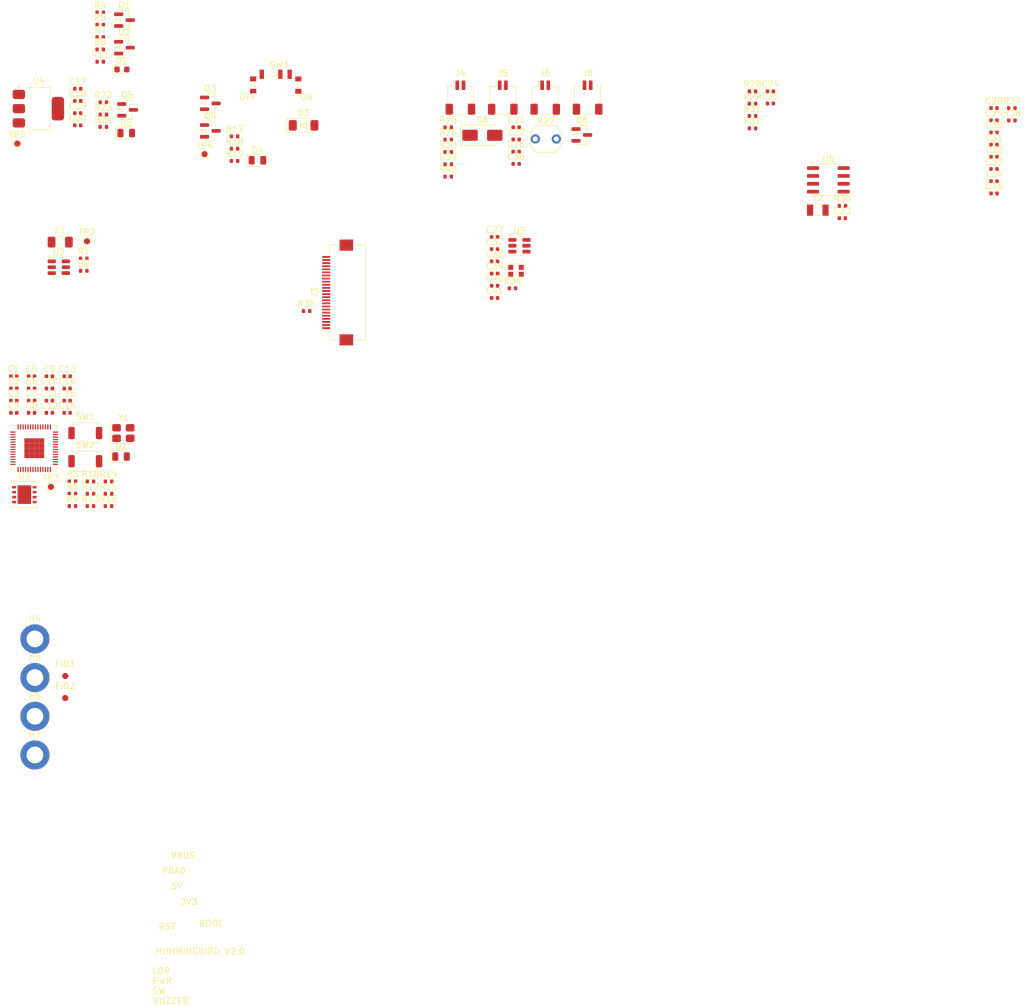
<source format=kicad_pcb>
(kicad_pcb (version 20241229) (generator "pcbnew") (generator_version "9.0")
  (layers (0 "F.Cu" signal) (4 "In1.Cu" signal) (6 "In2.Cu" signal) (2 "B.Cu" signal) (13 "F.Paste" user) (15 "B.Paste" user) (5 "F.SilkS" user "F.Silkscreen") (7 "B.SilkS" user "B.Silkscreen") (1 "F.Mask" user) (3 "B.Mask" user) (25 "Edge.Cuts" user))
  (net 0 "")
  (net 1 "/03 CONNS & PERIPHERALS/BUZZER_LOW")
  (net 2 "+5V")
  (net 3 "GND")
  (net 4 "+3V3")
  (net 5 "Net-(U1-VREG_VOUT)")
  (net 6 "Net-(U1-XIN)")
  (net 7 "/03 CONNS & PERIPHERALS/OLED_RST")
  (net 8 "Net-(U1-XOUT)")
  (net 9 "GPIO26_ADC0_LDR_EXT")
  (net 10 "Net-(J7-Pin_27)")
  (net 11 "Net-(J7-Pin_2)")
  (net 12 "Net-(J7-Pin_3)")
  (net 13 "Net-(J7-Pin_4)")
  (net 14 "Net-(J7-Pin_5)")
  (net 15 "/02 RP2040 & USB/~{RESET}")
  (net 16 "Net-(J7-Pin_28)")
  (net 17 "GPIO27_ADC1_LDR")
  (net 18 "Net-(D1-K)")
  (net 19 "+3.3V")
  (net 20 "Net-(D1-A)")
  (net 21 "Net-(D2-A)")
  (net 22 "Net-(D3-K)")
  (net 23 "Net-(D3-A)")
  (net 24 "Net-(D4-A)")
  (net 25 "Net-(D5-K)")
  (net 26 "Net-(D5-A)")
  (net 27 "Net-(D7-DOUT)")
  (net 28 "VBUS")
  (net 29 "UNFUSED_VBUS")
  (net 30 "Net-(J3-Pin_7)")
  (net 31 "GPIO2")
  (net 32 "GPIO12_PPS")
  (net 34 "GPIO28_ADC2")
  (net 35 "GPIO9")
  (net 36 "/03 CONNS & PERIPHERALS/WS2812_DOUT")
  (net 37 "GPIO10")
  (net 38 "Net-(J6-Pin_2)")
  (net 39 "I2C_SDA")
  (net 40 "GPIO4")
  (net 41 "GPIO6")
  (net 42 "GPIO7")
  (net 43 "GPIO8")
  (net 44 "GPIO5")
  (net 45 "I2C_SCL")
  (net 46 "GPIO3")
  (net 47 "PWR_OFF_SW_N")
  (net 48 "Net-(Q1-G)")
  (net 49 "Net-(Q1-D)")
  (net 50 "Net-(Q6-G)")
  (net 51 "Net-(Q5-G)")
  (net 52 "GPIO13_WS2812_RGB_LED")
  (net 53 "Net-(J1-CC2)")
  (net 54 "GPIO11")
  (net 55 "Net-(D7-DIN)")
  (net 56 "Net-(R3-Pad1)")
  (net 57 "Net-(R27-Pad1)")
  (net 58 "Net-(R28-Pad1)")
  (net 59 "/02 RP2040 & USB/test")
  (net 60 "Net-(R31-Pad1)")
  (net 61 "/02 RP2040 & USB/GPIO25_LED")
  (net 62 "/02 RP2040 & USB/D-")
  (net 63 "/02 RP2040 & USB/USB_D-")
  (net 64 "/02 RP2040 & USB/D+")
  (net 65 "/02 RP2040 & USB/USB_D+")
  (net 66 "/02 RP2040 & USB/~{QSPI_CS}")
  (net 67 "/02 RP2040 & USB/USBBOOT")
  (net 68 "Net-(U6-X1)")
  (net 69 "Net-(U6-X2)")
  (net 70 "Net-(U5-A)")
  (net 72 "Net-(J7-Pin_26)")
  (net 73 "/02 RP2040 & USB/QSPI_SD2")
  (net 74 "/02 RP2040 & USB/QSPI_SD1")
  (net 75 "/02 RP2040 & USB/QSPI_SD3")
  (net 76 "/02 RP2040 & USB/QSPI_SD0")
  (net 77 "/02 RP2040 & USB/QSPI_SCLK")
  (net 78 "GPIO18")
  (net 79 "GPIO29_ADC3")
  (net 80 "/02 RP2040 & USB/UART0_RX")
  (net 81 "GPIO23")
  (net 82 "GPIO24")
  (net 83 "/02 RP2040 & USB/UART0_TX")
  (net 84 "/02 RP2040 & USB/SWCLK")
  (net 85 "GPIO14_BUTTON_0")
  (net 86 "/02 RP2040 & USB/SWDIO")
  (net 87 "GPIO19")
  (net 88 "GPIO15_BUTTON_1")
  (net 89 "GPIO21")
  (net 90 "GPIO22")
  (net 91 "GPIO20")
  (net 94 "Net-(BT1-+)")
  (footprint "Capacitor_SMD:C_0402_1005Metric" (layer "F.Cu") (at 47.02 31.03)
    (property "Reference" "C19" (at 0 -1.16 0) (layer "F.SilkS"))
    (property "Value" "10u")
    (pad "1" smd roundrect (at -0.48 0) (size 0.56 0.62) (layers "F.Cu" "F.Mask" "F.Paste") (net 4 "+3V3"))
    (pad "2" smd roundrect (at 0.48 0) (size 0.56 0.62) (layers "F.Cu" "F.Mask" "F.Paste") (net 3 "GND"))
  )
  (footprint "Resistor_SMD:R_0402_1005Metric" (layer "F.Cu") (at 49.08 92.51)
    (property "Reference" "R12" (at 0 -1.17 0) (layer "F.SilkS"))
    (property "Value" "10k")
    (pad "1" smd roundrect (at -0.51 0) (size 0.54 0.64) (layers "F.Cu" "F.Mask" "F.Paste") (net 19 "+3.3V"))
    (pad "2" smd roundrect (at 0.51 0) (size 0.54 0.64) (layers "F.Cu" "F.Mask" "F.Paste") (net 66 "/02 RP2040 & USB/~{QSPI_CS}"))
  )
  (footprint "Resistor_SMD:R_0402_1005Metric" (layer "F.Cu") (at 49.08 94.5)
    (property "Reference" "R13" (at 0 -1.17 0) (layer "F.SilkS"))
    (property "Value" "1k")
    (pad "1" smd roundrect (at -0.51 0) (size 0.54 0.64) (layers "F.Cu" "F.Mask" "F.Paste") (net 66 "/02 RP2040 & USB/~{QSPI_CS}"))
    (pad "2" smd roundrect (at 0.51 0) (size 0.54 0.64) (layers "F.Cu" "F.Mask" "F.Paste") (net 67 "/02 RP2040 & USB/USBBOOT"))
  )
  (footprint "Capacitor_SMD:C_0402_1005Metric" (layer "F.Cu") (at 47.02 33)
    (property "Reference" "C20" (at 0 -1.16 0) (layer "F.SilkS"))
    (property "Value" "4.7u")
    (pad "1" smd roundrect (at -0.48 0) (size 0.56 0.62) (layers "F.Cu" "F.Mask" "F.Paste") (net 4 "+3V3"))
    (pad "2" smd roundrect (at 0.48 0) (size 0.56 0.62) (layers "F.Cu" "F.Mask" "F.Paste") (net 3 "GND"))
  )
  (footprint "Resistor_SMD:R_0402_1005Metric" (layer "F.Cu") (at 170.54 46.02)
    (property "Reference" "R30" (at 0 -1.17 0) (layer "F.SilkS"))
    (property "Value" "10k")
    (pad "1" smd roundrect (at -0.51 0) (size 0.54 0.64) (layers "F.Cu" "F.Mask" "F.Paste") (net 4 "+3V3"))
    (pad "2" smd roundrect (at 0.51 0) (size 0.54 0.64) (layers "F.Cu" "F.Mask" "F.Paste") (net 32 "GPIO12_PPS"))
  )
  (footprint "MountingHole:MountingHole_2.7mm_M2.5_DIN965_Pad_TopBottom" (layer "F.Cu") (at 40.1 122.2)
    (property "Reference" "H5" (at 0 -3.3 0) (layer "F.SilkS"))
    (property "Value" "Mounting_Hole")
    (pad "1" thru_hole circle (at 0 0) (size 3.1 3.1) (drill 2.7) (layers "*.Cu" "*.Mask"))
    (pad "1" connect circle (at 0 0) (size 4.7 4.7) (layers "F.Cu" "F.Mask"))
    (pad "1" connect circle (at 0 0) (size 4.7 4.7) (layers "B.Cu" "B.Mask"))
  )
  (footprint "Capacitor_SMD:C_0402_1005Metric" (layer "F.Cu") (at 36.7 75.5)
    (property "Reference" "C2" (at 0 -1.16 0) (layer "F.SilkS"))
    (property "Value" "1u")
    (pad "1" smd roundrect (at -0.48 0) (size 0.56 0.62) (layers "F.Cu" "F.Mask" "F.Paste") (net 4 "+3V3"))
    (pad "2" smd roundrect (at 0.48 0) (size 0.56 0.62) (layers "F.Cu" "F.Mask" "F.Paste") (net 3 "GND"))
  )
  (footprint "Package_TO_SOT_SMD:SOT-23" (layer "F.Cu") (at 55.0625 30.5)
    (property "Reference" "Q5" (at 0 -2.4 0) (layer "F.SilkS"))
    (property "Value" "AO3400A")
    (pad "1" smd roundrect (at -0.9375 -0.95) (size 1.475 0.6) (layers "F.Cu" "F.Mask" "F.Paste") (net 51 "Net-(Q5-G)"))
    (pad "2" smd roundrect (at -0.9375 0.95) (size 1.475 0.6) (layers "F.Cu" "F.Mask" "F.Paste") (net 3 "GND"))
    (pad "3" smd roundrect (at 0.9375 0) (size 1.475 0.6) (layers "F.Cu" "F.Mask" "F.Paste") (net 25 "Net-(D5-K)"))
  )
  (footprint "Resistor_SMD:R_0402_1005Metric" (layer "F.Cu") (at 46.17 92.51)
    (property "Reference" "R6" (at 0 -1.17 0) (layer "F.SilkS"))
    (property "Value" "10k")
    (pad "1" smd roundrect (at -0.51 0) (size 0.54 0.64) (layers "F.Cu" "F.Mask" "F.Paste") (net 4 "+3V3"))
    (pad "2" smd roundrect (at 0.51 0) (size 0.54 0.64) (layers "F.Cu" "F.Mask" "F.Paste") (net 15 "/02 RP2040 & USB/~{RESET}"))
  )
  (footprint "Capacitor_SMD:C_0402_1005Metric" (layer "F.Cu") (at 114.3525 51.035)
    (property "Reference" "C27" (at 0 -1.16 0) (layer "F.SilkS"))
    (property "Value" "1u")
    (pad "1" smd roundrect (at -0.48 0) (size 0.56 0.62) (layers "F.Cu" "F.Mask" "F.Paste") (net 2 "+5V"))
    (pad "2" smd roundrect (at 0.48 0) (size 0.56 0.62) (layers "F.Cu" "F.Mask" "F.Paste") (net 3 "GND"))
  )
  (footprint "Resistor_SMD:R_0402_1005Metric" (layer "F.Cu") (at 50.6525 22.73)
    (property "Reference" "R11" (at 0 -1.17 0) (layer "F.SilkS"))
    (property "Value" "2.2k")
    (pad "1" smd roundrect (at -0.51 0) (size 0.54 0.64) (layers "F.Cu" "F.Mask" "F.Paste") (net 20 "Net-(D1-A)"))
    (pad "2" smd roundrect (at 0.51 0) (size 0.54 0.64) (layers "F.Cu" "F.Mask" "F.Paste") (net 28 "VBUS"))
  )
  (footprint "Capacitor_SMD:C_0402_1005Metric" (layer "F.Cu") (at 195.02 44)
    (property "Reference" "C35" (at 0 -1.16 0) (layer "F.SilkS"))
    (property "Value" "4.7u")
    (pad "1" smd roundrect (at -0.48 0) (size 0.56 0.62) (layers "F.Cu" "F.Mask" "F.Paste") (net 3 "GND"))
    (pad "2" smd roundrect (at 0.48 0) (size 0.56 0.62) (layers "F.Cu" "F.Mask" "F.Paste") (net 16 "Net-(J7-Pin_28)"))
  )
  (footprint "Package_TO_SOT_SMD:SOT-23" (layer "F.Cu") (at 54.5625 20.45)
    (property "Reference" "Q2" (at 0 -2.4 0) (layer "F.SilkS"))
    (property "Value" "AO3400A")
    (pad "1" smd roundrect (at -0.9375 -0.95) (size 1.475 0.6) (layers "F.Cu" "F.Mask" "F.Paste") (net 49 "Net-(Q1-D)"))
    (pad "2" smd roundrect (at -0.9375 0.95) (size 1.475 0.6) (layers "F.Cu" "F.Mask" "F.Paste") (net 3 "GND"))
    (pad "3" smd roundrect (at 0.9375 0) (size 1.475 0.6) (layers "F.Cu" "F.Mask" "F.Paste") (net 18 "Net-(D1-K)"))
  )
  (footprint "Capacitor_SMD:C_0402_1005Metric" (layer "F.Cu") (at 114.3525 58.915)
    (property "Reference" "C40" (at 0 -1.16 0) (layer "F.SilkS"))
    (property "Value" "1u")
    (pad "1" smd roundrect (at -0.48 0) (size 0.56 0.62) (layers "F.Cu" "F.Mask" "F.Paste") (net 2 "+5V"))
    (pad "2" smd roundrect (at 0.48 0) (size 0.56 0.62) (layers "F.Cu" "F.Mask" "F.Paste") (net 3 "GND"))
  )
  (footprint "Capacitor_SMD:C_0402_1005Metric" (layer "F.Cu") (at 36.7 77.47)
    (property "Reference" "C3" (at 0 -1.16 0) (layer "F.SilkS"))
    (property "Value" "0.1u")
    (pad "1" smd roundrect (at -0.48 0) (size 0.56 0.62) (layers "F.Cu" "F.Mask" "F.Paste") (net 4 "+3V3"))
    (pad "2" smd roundrect (at 0.48 0) (size 0.56 0.62) (layers "F.Cu" "F.Mask" "F.Paste") (net 3 "GND"))
  )
  (footprint "Package_TO_SOT_SMD:SOT-23" (layer "F.Cu") (at 54.5625 16)
    (property "Reference" "Q1" (at 0 -2.4 0) (layer "F.SilkS"))
    (property "Value" "AO3400A")
    (pad "1" smd roundrect (at -0.9375 -0.95) (size 1.475 0.6) (layers "F.Cu" "F.Mask" "F.Paste") (net 48 "Net-(Q1-G)"))
    (pad "2" smd roundrect (at -0.9375 0.95) (size 1.475 0.6) (layers "F.Cu" "F.Mask" "F.Paste") (net 3 "GND"))
    (pad "3" smd roundrect (at 0.9375 0) (size 1.475 0.6) (layers "F.Cu" "F.Mask" "F.Paste") (net 49 "Net-(Q1-D)"))
  )
  (footprint "Package_TO_SOT_SMD:SOT-23-6" (layer "F.Cu") (at 118.3625 52.45)
    (property "Reference" "U5" (at 0 -2.4 0) (layer "F.SilkS"))
    (property "Value" "SN74LVC1T45DBV")
    (pad "1" smd roundrect (at -1.1375 -0.95) (size 1.325 0.6) (layers "F.Cu" "F.Mask" "F.Paste") (net 2 "+5V"))
    (pad "2" smd roundrect (at -1.1375 0) (size 1.325 0.6) (layers "F.Cu" "F.Mask" "F.Paste") (net 3 "GND"))
    (pad "3" smd roundrect (at -1.1375 0.95) (size 1.325 0.6) (layers "F.Cu" "F.Mask" "F.Paste") (net 70 "Net-(U5-A)"))
    (pad "4" smd roundrect (at 1.1375 0.95) (size 1.325 0.6) (layers "F.Cu" "F.Mask" "F.Paste") (net 52 "GPIO13_WS2812_RGB_LED"))
    (pad "5" smd roundrect (at 1.1375 0) (size 1.325 0.6) (layers "F.Cu" "F.Mask" "F.Paste") (net 3 "GND"))
    (pad "6" smd roundrect (at 1.1375 -0.95) (size 1.325 0.6) (layers "F.Cu" "F.Mask" "F.Paste") (net 4 "+3V3"))
  )
  (footprint "Button_Switch_SMD:SW_SPST_TS-1088-xR020" (layer "F.Cu") (at 48.24 82.7)
    (property "Reference" "SW1" (at 0 -2.65 0) (layer "F.SilkS"))
    (property "Value" "TS-1187A-B-A-B")
    (pad "1" smd roundrect (at -2.225 0) (size 1.05 2) (layers "F.Cu" "F.Mask" "F.Paste") (roundrect_rratio 0.2380952381) (net 56 "Net-(R3-Pad1)"))
    (pad "2" smd roundrect (at 2.225 0) (size 1.05 2) (layers "F.Cu" "F.Mask" "F.Paste") (roundrect_rratio 0.2380952381) (net 3 "GND"))
  )
  (footprint "Capacitor_SMD:C_0402_1005Metric" (layer "F.Cu") (at 36.7 73.53)
    (property "Reference" "C1" (at 0 -1.16 0) (layer "F.SilkS"))
    (property "Value" "10u")
    (pad "1" smd roundrect (at -0.48 0) (size 0.56 0.62) (layers "F.Cu" "F.Mask" "F.Paste") (net 4 "+3V3"))
    (pad "2" smd roundrect (at 0.48 0) (size 0.56 0.62) (layers "F.Cu" "F.Mask" "F.Paste") (net 3 "GND"))
  )
  (footprint "Resistor_SMD:R_0402_1005Metric" (layer "F.Cu") (at 47.99 54.51)
    (property "Reference" "R1" (at 0 -1.17 0) (layer "F.SilkS"))
    (property "Value" "5.1k")
    (pad "1" smd roundrect (at -0.51 0) (size 0.54 0.64) (layers "F.Cu" "F.Mask" "F.Paste") (net 59 "/02 RP2040 & USB/test"))
    (pad "2" smd roundrect (at 0.51 0) (size 0.54 0.64) (layers "F.Cu" "F.Mask" "F.Paste") (net 3 "GND"))
  )
  (footprint "Resistor_SMD:R_0402_1005Metric" (layer "F.Cu") (at 117.2425 59.315)
    (property "Reference" "R34" (at 0 -1.17 0) (layer "F.SilkS"))
    (property "Value" "49.9")
    (pad "1" smd roundrect (at -0.51 0) (size 0.54 0.64) (layers "F.Cu" "F.Mask" "F.Paste") (net 55 "Net-(D7-DIN)"))
    (pad "2" smd roundrect (at 0.51 0) (size 0.54 0.64) (layers "F.Cu" "F.Mask" "F.Paste") (net 70 "Net-(U5-A)"))
  )
  (footprint "Capacitor_SMD:C_0402_1005Metric" (layer "F.Cu") (at 45.31 73.53)
    (property "Reference" "C13" (at 0 -1.16 0) (layer "F.SilkS"))
    (property "Value" "10p")
    (pad "1" smd roundrect (at -0.48 0) (size 0.56 0.62) (layers "F.Cu" "F.Mask" "F.Paste") (net 3 "GND"))
    (pad "2" smd roundrect (at 0.48 0) (size 0.56 0.62) (layers "F.Cu" "F.Mask" "F.Paste") (net 8 "Net-(U1-XOUT)"))
  )
  (footprint "TestPoint:TestPoint_Pad_D1.0mm" (layer "F.Cu") (at 37.26 35.95)
    (property "Reference" "TP5" (at 0 -1.448 0) (layer "F.SilkS"))
    (property "Value" "3V3")
    (pad "1" smd circle (at 0 0) (size 1 1) (layers "F.Cu" "F.Mask") (net 4 "+3V3"))
  )
  (footprint "Resistor_SMD:R_0402_1005Metric" (layer "F.Cu") (at 51.99 92.51)
    (property "Reference" "R15" (at 0 -1.17 0) (layer "F.SilkS"))
    (property "Value" "4.7k")
    (pad "1" smd roundrect (at -0.51 0) (size 0.54 0.64) (layers "F.Cu" "F.Mask" "F.Paste") (net 45 "I2C_SCL"))
    (pad "2" smd roundrect (at 0.51 0) (size 0.54 0.64) (layers "F.Cu" "F.Mask" "F.Paste") (net 4 "+3V3"))
  )
  (footprint "Package_TO_SOT_SMD:SOT-23" (layer "F.Cu") (at 68.4375 33.9)
    (property "Reference" "Q4" (at 0 -2.4 0) (layer "F.SilkS"))
    (property "Value" "AO3401A")
    (pad "1" smd roundrect (at -0.9375 -0.95) (size 1.475 0.6) (layers "F.Cu" "F.Mask" "F.Paste") (net 23 "Net-(D3-A)"))
    (pad "2" smd roundrect (at -0.9375 0.95) (size 1.475 0.6) (layers "F.Cu" "F.Mask" "F.Paste") (net 22 "Net-(D3-K)"))
    (pad "3" smd roundrect (at 0.9375 0) (size 1.475 0.6) (layers "F.Cu" "F.Mask" "F.Paste") (net 2 "+5V"))
  )
  (footprint "StrideLibrary:QFN-56_EP_7x7_Pitch0.4mm" (layer "F.Cu") (at 39.99 85.15)
    (property "Reference" "U1" (hide yes))
    (property "Value" "RP2040")
    (pad "1" smd oval (at -3.4375 -2.6 90) (size 0.2 0.875) (layers "F.Cu" "F.Mask" "F.Paste") (net 19 "+3.3V"))
    (pad "2" smd oval (at -3.4375 -2.2 90) (size 0.2 0.875) (layers "F.Cu" "F.Mask" "F.Paste") (net 83 "/02 RP2040 & USB/UART0_TX"))
    (pad "3" smd oval (at -3.4375 -1.8 90) (size 0.2 0.875) (layers "F.Cu" "F.Mask" "F.Paste") (net 80 "/02 RP2040 & USB/UART0_RX"))
    (pad "4" smd oval (at -3.4375 -1.4 90) (size 0.2 0.875) (layers "F.Cu" "F.Mask" "F.Paste") (net 31 "GPIO2"))
    (pad "5" smd oval (at -3.4375 -1 90) (size 0.2 0.875) (layers "F.Cu" "F.Mask" "F.Paste") (net 46 "GPIO3"))
    (pad "6" smd oval (at -3.4375 -0.6 90) (size 0.2 0.875) (layers "F.Cu" "F.Mask" "F.Paste") (net 40 "GPIO4"))
    (pad "7" smd oval (at -3.4375 -0.2 90) (size 0.2 0.875) (layers "F.Cu" "F.Mask" "F.Paste") (net 44 "GPIO5"))
    (pad "8" smd oval (at -3.4375 0.2 90) (size 0.2 0.875) (layers "F.Cu" "F.Mask" "F.Paste") (net 41 "GPIO6"))
    (pad "9" smd oval (at -3.4375 0.6 90) (size 0.2 0.875) (layers "F.Cu" "F.Mask" "F.Paste") (net 42 "GPIO7"))
    (pad "10" smd oval (at -3.4375 1 90) (size 0.2 0.875) (layers "F.Cu" "F.Mask" "F.Paste") (net 19 "+3.3V"))
    (pad "11" smd oval (at -3.4375 1.4 90) (size 0.2 0.875) (layers "F.Cu" "F.Mask" "F.Paste") (net 43 "GPIO8"))
    (pad "12" smd oval (at -3.4375 1.8 90) (size 0.2 0.875) (layers "F.Cu" "F.Mask" "F.Paste") (net 35 "GPIO9"))
    (pad "13" smd oval (at -3.4375 2.2 90) (size 0.2 0.875) (layers "F.Cu" "F.Mask" "F.Paste") (net 37 "GPIO10"))
    (pad "14" smd oval (at -3.4375 2.6 90) (size 0.2 0.875) (layers "F.Cu" "F.Mask" "F.Paste") (net 54 "GPIO11"))
    (pad "15" smd oval (at -2.6 3.4375) (size 0.2 0.875) (layers "F.Cu" "F.Mask" "F.Paste") (net 32 "GPIO12_PPS"))
    (pad "16" smd oval (at -2.2 3.4375) (size 0.2 0.875) (layers "F.Cu" "F.Mask" "F.Paste") (net 52 "GPIO13_WS2812_RGB_LED"))
    (pad "17" smd oval (at -1.8 3.4375) (size 0.2 0.875) (layers "F.Cu" "F.Mask" "F.Paste") (net 85 "GPIO14_BUTTON_0"))
    (pad "18" smd oval (at -1.4 3.4375) (size 0.2 0.875) (layers "F.Cu" "F.Mask" "F.Paste") (net 88 "GPIO15_BUTTON_1"))
    (pad "19" smd oval (at -1 3.4375) (size 0.2 0.875) (layers "F.Cu" "F.Mask" "F.Paste") (net 3 "GND"))
    (pad "20" smd oval (at -0.6 3.4375) (size 0.2 0.875) (layers "F.Cu" "F.Mask" "F.Paste") (net 6 "Net-(U1-XIN)"))
    (pad "21" smd oval (at -0.2 3.4375) (size 0.2 0.875) (layers "F.Cu" "F.Mask" "F.Paste") (net 8 "Net-(U1-XOUT)"))
    (pad "22" smd oval (at 0.2 3.4375) (size 0.2 0.875) (layers "F.Cu" "F.Mask" "F.Paste") (net 19 "+3.3V"))
    (pad "23" smd oval (at 0.6 3.4375) (size 0.2 0.875) (layers "F.Cu" "F.Mask" "F.Paste") (net 5 "Net-(U1-VREG_VOUT)"))
    (pad "24" smd oval (at 1 3.4375) (size 0.2 0.875) (layers "F.Cu" "F.Mask" "F.Paste") (net 84 "/02 RP2040 & USB/SWCLK"))
    (pad "25" smd oval (at 1.4 3.4375) (size 0.2 0.875) (layers "F.Cu" "F.Mask" "F.Paste") (net 86 "/02 RP2040 & USB/SWDIO"))
    (pad "26" smd oval (at 1.8 3.4375) (size 0.2 0.875) (layers "F.Cu" "F.Mask" "F.Paste") (net 15 "/02 RP2040 & USB/~{RESET}"))
    (pad "27" smd oval (at 2.2 3.4375) (size 0.2 0.875) (layers "F.Cu" "F.Mask" "F.Paste") (net 39 "I2C_SDA"))
    (pad "28" smd oval (at 2.6 3.4375) (size 0.2 0.875) (layers "F.Cu" "F.Mask" "F.Paste") (net 45 "I2C_SCL"))
    (pad "29" smd oval (at 3.4375 2.6 90) (size 0.2 0.875) (layers "F.Cu" "F.Mask" "F.Paste") (net 78 "GPIO18"))
    (pad "30" smd oval (at 3.4375 2.2 90) (size 0.2 0.875) (layers "F.Cu" "F.Mask" "F.Paste") (net 87 "GPIO19"))
    (pad "31" smd oval (at 3.4375 1.8 90) (size 0.2 0.875) (layers "F.Cu" "F.Mask" "F.Paste") (net 91 "GPIO20"))
    (pad "32" smd oval (at 3.4375 1.4 90) (size 0.2 0.875) (layers "F.Cu" "F.Mask" "F.Paste") (net 89 "GPIO21"))
    (pad "33" smd oval (at 3.4375 1 90) (size 0.2 0.875) (layers "F.Cu" "F.Mask" "F.Paste") (net 19 "+3.3V"))
    (pad "34" smd oval (at 3.4375 0.6 90) (size 0.2 0.875) (layers "F.Cu" "F.Mask" "F.Paste") (net 90 "GPIO22"))
    (pad "35" smd oval (at 3.4375 0.2 90) (size 0.2 0.875) (layers "F.Cu" "F.Mask" "F.Paste") (net 81 "GPIO23"))
    (pad "36" smd oval (at 3.4375 -0.2 90) (size 0.2 0.875) (layers "F.Cu" "F.Mask" "F.Paste") (net 82 "GPIO24"))
    (pad "37" smd oval (at 3.4375 -0.6 90) (size 0.2 0.875) (layers "F.Cu" "F.Mask" "F.Paste") (net 61 "/02 RP2040 & USB/GPIO25_LED"))
    (pad "38" smd oval (at 3.4375 -1 90) (size 0.2 0.875) (layers "F.Cu" "F.Mask" "F.Paste") (net 9 "GPIO26_ADC0_LDR_EXT"))
    (pad "39" smd oval (at 3.4375 -1.4 90) (size 0.2 0.875) (layers "F.Cu" "F.Mask" "F.Paste") (net 17 "GPIO27_ADC1_LDR"))
    (pad "40" smd oval (at 3.4375 -1.8 90) (size 0.2 0.875) (layers "F.Cu" "F.Mask" "F.Paste") (net 34 "GPIO28_ADC2"))
    (pad "41" smd oval (at 3.4375 -2.2 90) (size 0.2 0.875) (layers "F.Cu" "F.Mask" "F.Paste") (net 79 "GPIO29_ADC3"))
    (pad "42" smd oval (at 3.4375 -2.6 90) (size 0.2 0.875) (layers "F.Cu" "F.Mask" "F.Paste") (net 19 "+3.3V"))
    (pad "43" smd oval (at 2.6 -3.4375) (size 0.2 0.875) (layers "F.Cu" "F.Mask" "F.Paste") (net 19 "+3.3V"))
    (pad "44" smd oval (at 2.2 -3.4375) (size 0.2 0.875) (layers "F.Cu" "F.Mask" "F.Paste") (net 19 "+3.3V"))
    (pad "45" smd oval (at 1.8 -3.4375) (size 0.2 0.875) (layers "F.Cu" "F.Mask" "F.Paste") (net 5 "Net-(U1-VREG_VOUT)"))
    (pad "46" smd oval (at 1.4 -3.4375) (size 0.2 0.875) (layers "F.Cu" "F.Mask" "F.Paste") (net 62 "/02 RP2040 & USB/D-"))
    (pad "47" smd oval (at 1 -3.4375) (size 0.2 0.875) (layers "F.Cu" "F.Mask" "F.Paste") (net 64 "/02 RP2040 & USB/D+"))
    (pad "48" smd oval (at 0.6 -3.4375) (size 0.2 0.875) (layers "F.Cu" "F.Mask" "F.Paste") (net 19 "+3.3V"))
    (pad "49" smd oval (at 0.2 -3.4375) (size 0.2 0.875) (layers "F.Cu" "F.Mask" "F.Paste") (net 19 "+3.3V"))
    (pad "50" smd oval (at -0.2 -3.4375) (size 0.2 0.875) (layers "F.Cu" "F.Mask" "F.Paste") (net 5 "Net-(U1-VREG_VOUT)"))
    (pad "51" smd oval (at -0.6 -3.4375) (size 0.2 0.875) (layers "F.Cu" "F.Mask" "F.Paste") (net 75 "/02 RP2040 & USB/QSPI_SD3"))
    (pad "52" smd oval (at -1 -3.4375) (size 0.2 0.875) (layers "F.Cu" "F.Mask" "F.Paste") (net 77 "/02 RP2040 & USB/QSPI_SCLK"))
    (pad "53" smd oval (at -1.4 -3.4375) (size 0.2 0.875) (layers "F.Cu" "F.Mask" "F.Paste") (net 76 "/02 RP2040 & USB/QSPI_SD0"))
    (pad "54" smd oval (at -1.8 -3.4375) (size 0.2 0.875) (layers "F.Cu" "F.Mask" "F.Paste") (net 73 "/02 RP2040 & USB/QSPI_SD2"))
    (pad "55" smd oval (at -2.2 -3.4375) (size 0.2 0.875) (layers "F.Cu" "F.Mask" "F.Paste") (net 74 "/02 RP2040 & USB/QSPI_SD1"))
    (pad "56" smd oval (at -2.6 -3.4375) (size 0.2 0.875) (layers "F.Cu" "F.Mask" "F.Paste") (net 66 "/02 RP2040 & USB/~{QSPI_CS}"))
    (pad "57" smd rect (at -1.2 -1.2) (size 0.8 0.8) (layers "F.Cu" "F.Mask" "F.Paste") (net 3 "GND"))
    (pad "57" smd rect (at -1.2 -0.4) (size 0.8 0.8) (layers "F.Cu" "F.Mask" "F.Paste") (net 3 "GND"))
    (pad "57" smd rect (at -1.2 0.4) (size 0.8 0.8) (layers "F.Cu" "F.Mask" "F.Paste") (net 3 "GND"))
    (pad "57" smd rect (at -1.2 1.2) (size 0.8 0.8) (layers "F.Cu" "F.Mask" "F.Paste") (net 3 "GND"))
    (pad "57" smd rect (at -0.4 -1.2) (size 0.8 0.8) (layers "F.Cu" "F.Mask" "F.Paste") (net 3 "GND"))
    (pad "57" smd rect (at -0.4 -0.4) (size 0.8 0.8) (layers "F.Cu" "F.Mask" "F.Paste") (net 3 "GND"))
    (pad "57" smd rect (at -0.4 0.4) (size 0.8 0.8) (layers "F.Cu" "F.Mask" "F.Paste") (net 3 "GND"))
    (pad "57" smd rect (at -0.4 1.2) (size 0.8 0.8) (layers "F.Cu" "F.Mask" "F.Paste") (net 3 "GND"))
    (pad "57" smd rect (at 0.4 -1.2) (size 0.8 0.8) (layers "F.Cu" "F.Mask" "F.Paste") (net 3 "GND"))
    (pad "57" smd rect (at 0.4 -0.4) (size 0.8 0.8) (layers "F.Cu" "F.Mask" "F.Paste") (net 3 "GND"))
    (pad "57" smd rect (at 0.4 0.4) (size 0.8 0.8) (layers "F.Cu" "F.Mask" "F.Paste") (net 3 "GND"))
    (pad "57" smd rect (at 0.4 1.2) (size 0.8 0.8) (layers "F.Cu" "F.Mask" "F.Paste") (net 3 "GND"))
    (pad "57" smd rect (at 1.2 -1.2) (size 0.8 0.8) (layers "F.Cu" "F.Mask" "F.Paste") (net 3 "GND"))
    (pad "57" smd rect (at 1.2 -0.4) (size 0.8 0.8) (layers "F.Cu" "F.Mask" "F.Paste") (net 3 "GND"))
    (pad "57" smd rect (at 1.2 0.4) (size 0.8 0.8) (layers "F.Cu" "F.Mask" "F.Paste") (net 3 "GND"))
    (pad "57" smd rect (at 1.2 1.2) (size 0.8 0.8) (layers "F.Cu" "F.Mask" "F.Paste") (net 3 "GND"))
  )
  (footprint "Capacitor_SMD:C_0402_1005Metric" (layer "F.Cu") (at 195.02 36.12)
    (property "Reference" "C31" (at 0 -1.16 0) (layer "F.SilkS"))
    (property "Value" "1u")
    (pad "1" smd roundrect (at -0.48 0) (size 0.56 0.62) (layers "F.Cu" "F.Mask" "F.Paste") (net 4 "+3V3"))
    (pad "2" smd roundrect (at 0.48 0) (size 0.56 0.62) (layers "F.Cu" "F.Mask" "F.Paste") (net 3 "GND"))
  )
  (footprint "Capacitor_SMD:C_0402_1005Metric" (layer "F.Cu") (at 158.9 29.47)
    (property "Reference" "C25" (at 0 -1.16 0) (layer "F.SilkS"))
    (property "Value" "0.1u")
    (pad "1" smd roundrect (at -0.48 0) (size 0.56 0.62) (layers "F.Cu" "F.Mask" "F.Paste") (net 88 "GPIO15_BUTTON_1"))
    (pad "2" smd roundrect (at 0.48 0) (size 0.56 0.62) (layers "F.Cu" "F.Mask" "F.Paste") (net 3 "GND"))
  )
  (footprint "Resistor_SMD:R_0402_1005Metric" (layer "F.Cu") (at 51.99 94.5)
    (property "Reference" "R16" (at 0 -1.17 0) (layer "F.SilkS"))
    (property "Value" "4.7k")
    (pad "1" smd roundrect (at -0.51 0) (size 0.54 0.64) (layers "F.Cu" "F.Mask" "F.Paste") (net 39 "I2C_SDA"))
    (pad "2" smd roundrect (at 0.51 0) (size 0.54 0.64) (layers "F.Cu" "F.Mask" "F.Paste") (net 4 "+3V3"))
  )
  (footprint "Resistor_SMD:R_0402_1005Metric" (layer "F.Cu") (at 72.3475 38.76)
    (property "Reference" "R19" (at 0 -1.17 0) (layer "F.SilkS"))
    (property "Value" "2.2k")
    (pad "1" smd roundrect (at -0.51 0) (size 0.54 0.64) (layers "F.Cu" "F.Mask" "F.Paste") (net 24 "Net-(D4-A)"))
    (pad "2" smd roundrect (at 0.51 0) (size 0.54 0.64) (layers "F.Cu" "F.Mask" "F.Paste") (net 2 "+5V"))
  )
  (footprint "Connector_FFC-FPC:Hirose_FH12-24S-0.5SH_1x24-1MP_P0.50mm_Horizontal" (layer "F.Cu") (at 89 60 90)
    (property "Reference" "J3" (at 0 -3.7 90) (layer "F.SilkS"))
    (property "Value" "FFC 24")
    (pad "1" smd rect (at -5.75 -1.85 90) (size 0.3 1.3) (layers "F.Cu" "F.Mask" "F.Paste"))
    (pad "2" smd rect (at -5.25 -1.85 90) (size 0.3 1.3) (layers "F.Cu" "F.Mask" "F.Paste") (net 3 "GND"))
    (pad "3" smd rect (at -4.75 -1.85 90) (size 0.3 1.3) (layers "F.Cu" "F.Mask" "F.Paste") (net 2 "+5V"))
    (pad "4" smd rect (at -4.25 -1.85 90) (size 0.3 1.3) (layers "F.Cu" "F.Mask" "F.Paste") (net 4 "+3V3"))
    (pad "5" smd rect (at -3.75 -1.85 90) (size 0.3 1.3) (layers "F.Cu" "F.Mask" "F.Paste") (net 3 "GND"))
    (pad "6" smd rect (at -3.25 -1.85 90) (size 0.3 1.3) (layers "F.Cu" "F.Mask" "F.Paste") (net 36 "/03 CONNS & PERIPHERALS/WS2812_DOUT"))
    (pad "7" smd rect (at -2.75 -1.85 90) (size 0.3 1.3) (layers "F.Cu" "F.Mask" "F.Paste") (net 30 "Net-(J3-Pin_7)"))
    (pad "8" smd rect (at -2.25 -1.85 90) (size 0.3 1.3) (layers "F.Cu" "F.Mask" "F.Paste") (net 31 "GPIO2"))
    (pad "9" smd rect (at -1.75 -1.85 90) (size 0.3 1.3) (layers "F.Cu" "F.Mask" "F.Paste") (net 46 "GPIO3"))
    (pad "10" smd rect (at -1.25 -1.85 90) (size 0.3 1.3) (layers "F.Cu" "F.Mask" "F.Paste") (net 40 "GPIO4"))
    (pad "11" smd rect (at -0.75 -1.85 90) (size 0.3 1.3) (layers "F.Cu" "F.Mask" "F.Paste") (net 44 "GPIO5"))
    (pad "12" smd rect (at -0.25 -1.85 90) (size 0.3 1.3) (layers "F.Cu" "F.Mask" "F.Paste") (net 41 "GPIO6"))
    (pad "13" smd rect (at 0.25 -1.85 90) (size 0.3 1.3) (layers "F.Cu" "F.Mask" "F.Paste") (net 3 "GND"))
    (pad "14" smd rect (at 0.75 -1.85 90) (size 0.3 1.3) (layers "F.Cu" "F.Mask" "F.Paste") (net 42 "GPIO7"))
    (pad "15" smd rect (at 1.25 -1.85 90) (size 0.3 1.3) (layers "F.Cu" "F.Mask" "F.Paste") (net 43 "GPIO8"))
    (pad "16" smd rect (at 1.75 -1.85 90) (size 0.3 1.3) (layers "F.Cu" "F.Mask" "F.Paste") (net 35 "GPIO9"))
    (pad "17" smd rect (at 2.25 -1.85 90) (size 0.3 1.3) (layers "F.Cu" "F.Mask" "F.Paste") (net 37 "GPIO10"))
    (pad "18" smd rect (at 2.75 -1.85 90) (size 0.3 1.3) (layers "F.Cu" "F.Mask" "F.Paste") (net 3 "GND"))
    (pad "19" smd rect (at 3.25 -1.85 90) (size 0.3 1.3) (layers "F.Cu" "F.Mask" "F.Paste") (net 78 "GPIO18"))
    (pad "20" smd rect (at 3.75 -1.85 90) (size 0.3 1.3) (layers "F.Cu" "F.Mask" "F.Paste") (net 34 "GPIO28_ADC2"))
    (pad "21" smd rect (at 4.25 -1.85 90) (size 0.3 1.3) (layers "F.Cu" "F.Mask" "F.Paste") (net 3 "GND"))
    (pad "22" smd rect (at 4.75 -1.85 90) (size 0.3 1.3) (layers "F.Cu" "F.Mask" "F.Paste") (net 39 "I2C_SDA"))
    (pad "23" smd rect (at 5.25 -1.85 90) (size 0.3 1.3) (layers "F.Cu" "F.Mask" "F.Paste") (net 45 "I2C_SCL"))
    (pad "24" smd rect (at 5.75 -1.85 90) (size 0.3 1.3) (layers "F.Cu" "F.Mask" "F.Paste") (net 3 "GND"))
    (pad "MP" smd rect (at -7.65 1.4 90) (size 1.8 2.2) (layers "F.Cu" "F.Mask" "F.Paste") (net 3 "GND"))
    (pad "MP" smd rect (at 7.65 1.4 90) (size 1.8 2.2) (layers "F.Cu" "F.Mask" "F.Paste") (net 3 "GND"))
  )
  (footprint "Capacitor_SMD:C_0402_1005Metric" (layer "F.Cu") (at 39.57 73.53)
    (property "Reference" "C5" (at 0 -1.16 0) (layer "F.SilkS"))
    (property "Value" "0.1u")
    (pad "1" smd roundrect (at -0.48 0) (size 0.56 0.62) (layers "F.Cu" "F.Mask" "F.Paste") (net 15 "/02 RP2040 & USB/~{RESET}"))
    (pad "2" smd roundrect (at 0.48 0) (size 0.56 0.62) (layers "F.Cu" "F.Mask" "F.Paste") (net 3 "GND"))
  )
  (footprint "Button_Switch_SMD:SW_SPST_TS-1088-xR020" (layer "F.Cu") (at 48.24 87.25)
    (property "Reference" "SW2" (at 0 -2.65 0) (layer "F.SilkS"))
    (property "Value" "TS-1187A-B-A-B")
    (pad "1" smd roundrect (at -2.225 0) (size 1.05 2) (layers "F.Cu" "F.Mask" "F.Paste") (roundrect_rratio 0.2380952381) (net 3 "GND"))
    (pad "2" smd roundrect (at 2.225 0) (size 1.05 2) (layers "F.Cu" "F.Mask" "F.Paste") (roundrect_rratio 0.2380952381) (net 67 "/02 RP2040 & USB/USBBOOT"))
  )
  (footprint "Capacitor_SMD:C_0402_1005Metric" (layer "F.Cu") (at 39.57 79.44)
    (property "Reference" "C8" (at 0 -1.16 0) (layer "F.SilkS"))
    (property "Value" "1u")
    (pad "1" smd roundrect (at -0.48 0) (size 0.56 0.62) (layers "F.Cu" "F.Mask" "F.Paste") (net 5 "Net-(U1-VREG_VOUT)"))
    (pad "2" smd roundrect (at 0.48 0) (size 0.56 0.62) (layers "F.Cu" "F.Mask" "F.Paste") (net 3 "GND"))
  )
  (footprint "Capacitor_SMD:C_0402_1005Metric" (layer "F.Cu") (at 117.8375 35.28)
    (property "Reference" "C22" (at 0 -1.16 0) (layer "F.SilkS"))
    (property "Value" "0.1u")
    (pad "1" smd roundrect (at -0.48 0) (size 0.56 0.62) (layers "F.Cu" "F.Mask" "F.Paste") (net 9 "GPIO26_ADC0_LDR_EXT"))
    (pad "2" smd roundrect (at 0.48 0) (size 0.56 0.62) (layers "F.Cu" "F.Mask" "F.Paste") (net 3 "GND"))
  )
  (footprint "TestPoint:TestPoint_Pad_D1.0mm" (layer "F.Cu") (at 67.5075 37.65)
    (property "Reference" "TP4" (at 0 -1.448 0) (layer "F.SilkS"))
    (property "Value" "5V")
    (pad "1" smd circle (at 0 0) (size 1 1) (layers "F.Cu" "F.Mask") (net 2 "+5V"))
  )
  (footprint "Diode_SMD:D_MiniMELF" (layer "F.Cu") (at 83.5 33)
    (property "Reference" "D3" (at 0 -2 0) (layer "F.SilkS"))
    (property "Value" "5.6V")
    (pad "1" smd roundrect (at -1.75 0) (size 1.3 1.7) (layers "F.Cu" "F.Mask" "F.Paste") (roundrect_rratio 0.1923076923) (net 22 "Net-(D3-K)"))
    (pad "2" smd roundrect (at 1.75 0) (size 1.3 1.7) (layers "F.Cu" "F.Mask" "F.Paste") (roundrect_rratio 0.1923076923) (net 23 "Net-(D3-A)"))
  )
  (footprint "Resistor_SMD:R_0402_1005Metric" (layer "F.Cu") (at 72.3475 34.78)
    (property "Reference" "R17" (at 0 -1.17 0) (layer "F.SilkS"))
    (property "Value" "100k")
    (pad "1" smd roundrect (at -0.51 0) (size 0.54 0.64) (layers "F.Cu" "F.Mask" "F.Paste") (net 23 "Net-(D3-A)"))
    (pad "2" smd roundrect (at 0.51 0) (size 0.54 0.64) (layers "F.Cu" "F.Mask" "F.Paste") (net 47 "PWR_OFF_SW_N"))
  )
  (footprint "LED_SMD:LED_0805_2012Metric" (layer "F.Cu") (at 54.01 86.495)
    (property "Reference" "D2" (at 0 -1.65 0) (layer "F.SilkS"))
    (property "Value" "YLW")
    (pad "1" smd roundrect (at -0.9375 0) (size 0.975 1.4) (layers "F.Cu" "F.Mask" "F.Paste") (net 3 "GND"))
    (pad "2" smd roundrect (at 0.9375 0) (size 0.975 1.4) (layers "F.Cu" "F.Mask" "F.Paste") (net 21 "Net-(D2-A)"))
  )
  (footprint "Connector_JST:JST_SH_SM02B-SRSS-TB_1x02-1MP_P1.00mm_Horizontal" (layer "F.Cu") (at 129.3775 28.52)
    (property "Reference" "J8" (at 0 -3.98 0) (layer "F.SilkS"))
    (property "Value" "LDR")
    (pad "1" smd roundrect (at -0.5 -2) (size 0.6 1.55) (layers "F.Cu" "F.Mask" "F.Paste") (net 1 "/03 CONNS & PERIPHERALS/BUZZER_LOW"))
    (pad "2" smd roundrect (at 0.5 -2) (size 0.6 1.55) (layers "F.Cu" "F.Mask" "F.Paste") (net 2 "+5V"))
    (pad "MP" smd roundrect (at -1.8 1.875) (size 1.2 1.8) (layers "F.Cu" "F.Mask" "F.Paste") (roundrect_rratio 0.208333) (net 3 "GND"))
    (pad "MP" smd roundrect (at 1.8 1.875) (size 1.2 1.8) (layers "F.Cu" "F.Mask" "F.Paste") (roundrect_rratio 0.208333) (net 3 "GND"))
  )
  (footprint "Crystal:Crystal_SMD_3215-2Pin_3.2x1.5mm" (layer "F.Cu") (at 166.56 46.7)
    (property "Reference" "Y2" (at 0 -2 0) (layer "F.SilkS"))
    (property "Value" "32.768kHz")
    (pad "1" smd rect (at 1.25 0) (size 1 1.8) (layers "F.Cu" "F.Mask" "F.Paste") (net 69 "Net-(U6-X2)"))
    (pad "2" smd rect (at -1.25 0) (size 1 1.8) (layers "F.Cu" "F.Mask" "F.Paste") (net 68 "Net-(U6-X1)"))
  )
  (footprint "Connector_JST:JST_SH_SM02B-SRSS-TB_1x02-1MP_P1.00mm_Horizontal" (layer "F.Cu") (at 115.6775 28.52)
    (property "Reference" "J5" (at 0 -3.98 0) (layer "F.SilkS"))
    (property "Value" "SW")
    (pad "1" smd roundrect (at -0.5 -2) (size 0.6 1.55) (layers "F.Cu" "F.Mask" "F.Paste") (net 3 "GND"))
    (pad "2" smd roundrect (at 0.5 -2) (size 0.6 1.55) (layers "F.Cu" "F.Mask" "F.Paste") (net 47 "PWR_OFF_SW_N"))
    (pad "MP" smd roundrect (at -1.8 1.875) (size 1.2 1.8) (layers "F.Cu" "F.Mask" "F.Paste") (roundrect_rratio 0.208333) (net 3 "GND"))
    (pad "MP" smd roundrect (at 1.8 1.875) (size 1.2 1.8) (layers "F.Cu" "F.Mask" "F.Paste") (roundrect_rratio 0.208333) (net 3 "GND"))
  )
  (footprint "Package_SO:SOIC-8_3.9x4.9mm_P1.27mm" (layer "F.Cu") (at 168.26 41.805)
    (property "Reference" "U6" (at 0 -3.4 0) (layer "F.SilkS"))
    (property "Value" "DS1307Z+")
    (pad "1" smd roundrect (at -2.475 -1.905) (size 1.95 0.6) (layers "F.Cu" "F.Mask" "F.Paste") (net 68 "Net-(U6-X1)"))
    (pad "2" smd roundrect (at -2.475 -0.635) (size 1.95 0.6) (layers "F.Cu" "F.Mask" "F.Paste") (net 69 "Net-(U6-X2)"))
    (pad "3" smd roundrect (at -2.475 0.635) (size 1.95 0.6) (layers "F.Cu" "F.Mask" "F.Paste") (net 94 "Net-(BT1-+)"))
    (pad "4" smd roundrect (at -2.475 1.905) (size 1.95 0.6) (layers "F.Cu" "F.Mask" "F.Paste") (net 3 "GND"))
    (pad "5" smd roundrect (at 2.475 1.905) (size 1.95 0.6) (layers "F.Cu" "F.Mask" "F.Paste") (net 39 "I2C_SDA"))
    (pad "6" smd roundrect (at 2.475 0.635) (size 1.95 0.6) (layers "F.Cu" "F.Mask" "F.Paste") (net 45 "I2C_SCL"))
    (pad "7" smd roundrect (at 2.475 -0.635) (size 1.95 0.6) (layers "F.Cu" "F.Mask" "F.Paste") (net 32 "GPIO12_PPS"))
    (pad "8" smd roundrect (at 2.475 -1.905) (size 1.95 0.6) (layers "F.Cu" "F.Mask" "F.Paste") (net 2 "+5V"))
  )
  (footprint "Resistor_SMD:R_0402_1005Metric" (layer "F.Cu") (at 106.8575 37.3)
    (property "Reference" "R33" (at 0 -1.17 0) (layer "F.SilkS"))
    (property "Value" "1k")
    (pad "1" smd roundrect (at -0.51 0) (size 0.54 0.64) (layers "F.Cu" "F.Mask" "F.Paste") (net 50 "Net-(Q6-G)"))
    (pad "2" smd roundrect (at 0.51 0) (size 0.54 0.64) (layers "F.Cu" "F.Mask" "F.Paste") (net 54 "GPIO11"))
  )
  (footprint "Resistor_SMD:R_0402_1005Metric" (layer "F.Cu") (at 72.3475 36.77)
    (property "Reference" "R18" (at 0 -1.17 0) (layer "F.SilkS"))
    (property "Value" "100k")
    (pad "1" smd roundrect (at -0.51 0) (size 0.54 0.64) (layers "F.Cu" "F.Mask" "F.Paste") (net 22 "Net-(D3-K)"))
    (pad "2" smd roundrect (at 0.51 0) (size 0.54 0.64) (layers "F.Cu" "F.Mask" "F.Paste") (net 47 "PWR_OFF_SW_N"))
  )
  (footprint "LED_SMD:LED_0805_2012Metric" (layer "F.Cu") (at 76.0475 38.645)
    (property "Reference" "D4" (at 0 -1.65 0) (layer "F.SilkS"))
    (property "Value" "GRN")
    (pad "1" smd roundrect (at -0.9375 0) (size 0.975 1.4) (layers "F.Cu" "F.Mask" "F.Paste") (net 3 "GND"))
    (pad "2" smd roundrect (at 0.9375 0) (size 0.975 1.4) (layers "F.Cu" "F.Mask" "F.Paste") (net 24 "Net-(D4-A)"))
  )
  (footprint "Resistor_SMD:R_0402_1005Metric" (layer "F.Cu") (at 49.08 90.52)
    (property "Reference" "R10" (at 0 -1.17 0) (layer "F.SilkS"))
    (property "Value" "22")
    (pad "1" smd roundrect (at -0.51 0) (size 0.54 0.64) (layers "F.Cu" "F.Mask" "F.Paste") (net 65 "/02 RP2040 & USB/USB_D+"))
    (pad "2" smd roundrect (at 0.51 0) (size 0.54 0.64) (layers "F.Cu" "F.Mask" "F.Paste") (net 64 "/02 RP2040 & USB/D+"))
  )
  (footprint "Fiducial:Fiducial_1mm_Mask2mm" (layer "F.Cu") (at 45 125.5)
    (property "Reference" "FID2" (at 0 -1.95 0) (layer "F.SilkS"))
    (property "Value" "Fiducial")
    (pad "" smd circle (at 0 0) (size 1 1) (layers "F.Cu" "F.Mask") (clearance 0.6))
  )
  (footprint "Capacitor_SMD:C_0402_1005Metric" (layer "F.Cu") (at 45.31 75.5)
    (property "Reference" "C14" (at 0 -1.16 0) (layer "F.SilkS"))
    (property "Value" "0.1u")
    (pad "1" smd roundrect (at -0.48 0) (size 0.56 0.62) (layers "F.Cu" "F.Mask" "F.Paste") (net 5 "Net-(U1-VREG_VOUT)"))
    (pad "2" smd roundrect (at 0.48 0) (size 0.56 0.62) (layers "F.Cu" "F.Mask" "F.Paste") (net 3 "GND"))
  )
  (footprint "Resistor_SMD:R_0402_1005Metric" (layer "F.Cu") (at 106.8575 39.29)
    (property "Reference" "R39" (at 0 -1.17 0) (layer "F.SilkS"))
    (property "Value" "10k")
    (pad "1" smd roundrect (at -0.51 0) (size 0.54 0.64) (layers "F.Cu" "F.Mask" "F.Paste") (net 17 "GPIO27_ADC1_LDR"))
    (pad "2" smd roundrect (at 0.51 0) (size 0.54 0.64) (layers "F.Cu" "F.Mask" "F.Paste") (net 3 "GND"))
  )
  (footprint "Resistor_SMD:R_0402_1005Metric" (layer "F.Cu") (at 51.99 90.52)
    (property "Reference" "R14" (at 0 -1.17 0) (layer "F.SilkS"))
    (property "Value" "2.2k")
    (pad "1" smd roundrect (at -0.51 0) (size 0.54 0.64) (layers "F.Cu" "F.Mask" "F.Paste") (net 21 "Net-(D2-A)"))
    (pad "2" smd roundrect (at 0.51 0) (size 0.54 0.64) (layers "F.Cu" "F.Mask" "F.Paste") (net 61 "/02 RP2040 & USB/GPIO25_LED"))
  )
  (footprint "Diode_SMD:D_SMA" (layer "F.Cu") (at 112.3825 34.6)
    (property "Reference" "D6" (at 0 -2.5 0) (layer "F.SilkS"))
    (property "Value" "SS14")
    (pad "1" smd roundrect (at -2 0) (size 2.5 1.8) (layers "F.Cu" "F.Mask" "F.Paste") (roundrect_rratio 0.1388888889) (net 2 "+5V"))
    (pad "2" smd roundrect (at 2 0) (size 2.5 1.8) (layers "F.Cu" "F.Mask" "F.Paste") (roundrect_rratio 0.1388888889) (net 1 "/03 CONNS & PERIPHERALS/BUZZER_LOW"))
  )
  (footprint "Capacitor_SMD:C_0402_1005Metric" (layer "F.Cu") (at 42.44 75.5)
    (property "Reference" "C10" (at 0 -1.16 0) (layer "F.SilkS"))
    (property "Value" "0.1u")
    (pad "1" smd roundrect (at -0.48 0) (size 0.56 0.62) (layers "F.Cu" "F.Mask" "F.Paste") (net 5 "Net-(U1-VREG_VOUT)"))
    (pad "2" smd roundrect (at 0.48 0) (size 0.56 0.62) (layers "F.Cu" "F.Mask" "F.Paste") (net 3 "GND"))
  )
  (footprint "Package_TO_SOT_SMD:SOT-23" (layer "F.Cu") (at 68.4375 29.45)
    (property "Reference" "Q3" (at 0 -2.4 0) (layer "F.SilkS"))
    (property "Value" "AO3401A")
    (pad "1" smd roundrect (at -0.9375 -0.95) (size 1.475 0.6) (layers "F.Cu" "F.Mask" "F.Paste") (net 23 "Net-(D3-A)"))
    (pad "2" smd roundrect (at -0.9375 0.95) (size 1.475 0.6) (layers "F.Cu" "F.Mask" "F.Paste") (net 22 "Net-(D3-K)"))
    (pad "3" smd roundrect (at 0.9375 0) (size 1.475 0.6) (layers "F.Cu" "F.Mask" "F.Paste") (net 28 "VBUS"))
  )
  (footprint "Capacitor_SMD:C_0402_1005Metric" (layer "F.Cu") (at 42.44 73.53)
    (property "Reference" "C9" (at 0 -1.16 0) (layer "F.SilkS"))
    (property "Value" "0.1u")
    (pad "1" smd roundrect (at -0.48 0) (size 0.56 0.62) (layers "F.Cu" "F.Mask" "F.Paste") (net 4 "+3V3"))
    (pad "2" smd roundrect (at 0.48 0) (size 0.56 0.62) (layers "F.Cu" "F.Mask" "F.Paste") (net 3 "GND"))
  )
  (footprint "Resistor_SMD:R_0402_1005Metric" (layer "F.Cu") (at 47.99 56.5)
    (property "Reference" "R2" (at 0 -1.17 0) (layer "F.SilkS"))
    (property "Value" "5.1k")
    (pad "1" smd roundrect (at -0.51 0) (size 0.54 0.64) (layers "F.Cu" "F.Mask" "F.Paste") (net 53 "Net-(J1-CC2)"))
    (pad "2" smd roundrect (at 0.51 0) (size 0.54 0.64) (layers "F.Cu" "F.Mask" "F.Paste") (net 3 "GND"))
  )
  (footprint "Fiducial:Fiducial_1mm_Mask2mm" (layer "F.Cu") (at 45 121.95)
    (property "Reference" "FID1" (at 0 -1.95 0) (layer "F.SilkS"))
    (property "Value" "Fiducial")
    (pad "" smd circle (at 0 0) (size 1 1) (layers "F.Cu" "F.Mask") (clearance 0.6))
  )
  (footprint "Resistor_SMD:R_0402_1005Metric" (layer "F.Cu") (at 50.6525 16.76)
    (property "Reference" "R5" (at 0 -1.17 0) (layer "F.SilkS"))
    (property "Value" "100k")
    (pad "1" smd roundrect (at -0.51 0) (size 0.54 0.64) (layers "F.Cu" "F.Mask" "F.Paste") (net 48 "Net-(Q1-G)"))
    (pad "2" smd roundrect (at 0.51 0) (size 0.54 0.64) (layers "F.Cu" "F.Mask" "F.Paste") (net 3 "GND"))
  )
  (footprint "Resistor_SMD:R_0402_1005Metric" (layer "F.Cu") (at 197.91 32.21)
    (property "Reference" "R38" (at 0 -1.17 0) (layer "F.SilkS"))
    (property "Value" "330k")
    (pad "1" smd roundrect (at -0.51 0) (size 0.54 0.64) (layers "F.Cu" "F.Mask" "F.Paste") (net 3 "GND"))
    (pad "2" smd roundrect (at 0.51 0) (size 0.54 0.64) (layers "F.Cu" "F.Mask" "F.Paste") (net 72 "Net-(J7-Pin_26)"))
  )
  (footprint "Resistor_SMD:R_0402_1005Metric" (layer "F.Cu") (at 83.99 63)
    (property "Reference" "R35" (at 0 -1.17 0) (layer "F.SilkS"))
    (property "Value" "0")
    (pad "1" smd roundrect (at -0.51 0) (size 0.54 0.64) (layers "F.Cu" "F.Mask" "F.Paste") (net 30 "Net-(J3-Pin_7)"))
    (pad "2" smd roundrect (at 0.51 0) (size 0.54 0.64) (layers "F.Cu" "F.Mask" "F.Paste"))
  )
  (footprint "Capacitor_SMD:C_0402_1005Metric" (layer "F.Cu") (at 117.8375 39.22)
    (property "Reference" "C36" (at 0 -1.16 0) (layer "F.SilkS"))
    (property "Value" "0.1u")
    (pad "1" smd roundrect (at -0.48 0) (size 0.56 0.62) (layers "F.Cu" "F.Mask" "F.Paste") (net 17 "GPIO27_ADC1_LDR"))
    (pad "2" smd roundrect (at 0.48 0) (size 0.56 0.62) (layers "F.Cu" "F.Mask" "F.Paste") (net 3 "GND"))
  )
  (footprint "Package_TO_SOT_SMD:SOT-23" (layer "F.Cu") (at 128.4375 34.55)
    (property "Reference" "Q6" (at 0 -2.4 0) (layer "F.SilkS"))
    (property "Value" "AO3400A")
    (pad "1" smd roundrect (at -0.9375 -0.95) (size 1.475 0.6) (layers "F.Cu" "F.Mask" "F.Paste") (net 50 "Net-(Q6-G)"))
    (pad "2" smd roundrect (at -0.9375 0.95) (size 1.475 0.6) (layers "F.Cu" "F.Mask" "F.Paste") (net 3 "GND"))
    (pad "3" smd roundrect (at 0.9375 0) (size 1.475 0.6) (layers "F.Cu" "F.Mask" "F.Paste") (net 1 "/03 CONNS & PERIPHERALS/BUZZER_LOW"))
  )
  (footprint "OptoDevice:R_LDR_5.1x4.3mm_P3.4mm_Vertical" (layer "F.Cu") (at 120.9275 35.2)
    (property "Reference" "R27" (at 1.7 -2.9 0) (layer "F.SilkS"))
    (property "Value" "GL5516")
    (pad "1" thru_hole circle (at 0 0) (size 1.5 1.5) (drill 0.8) (layers "*.Cu" "*.Mask") (net 57 "Net-(R27-Pad1)"))
    (pad "2" thru_hole circle (at 3.4 0) (size 1.5 1.5) (drill 0.8) (layers "*.Cu" "*.Mask") (net 17 "GPIO27_ADC1_LDR"))
  )
  (footprint "Capacitor_SMD:C_0402_1005Metric" (layer "F.Cu") (at 42.44 77.47)
    (property "Reference" "C11" (at 0 -1.16 0) (layer "F.SilkS"))
    (property "Value" "0.1u")
    (pad "1" smd roundrect (at -0.48 0) (size 0.56 0.62) (layers "F.Cu" "F.Mask" "F.Paste") (net 4 "+3V3"))
    (pad "2" smd roundrect (at 0.48 0) (size 0.56 0.62) (layers "F.Cu" "F.Mask" "F.Paste") (net 3 "GND"))
  )
  (footprint "Resistor_SMD:R_0402_1005Metric" (layer "F.Cu") (at 50.6525 14.77)
    (property "Reference" "R4" (at 0 -1.17 0) (layer "F.SilkS"))
    (property "Value" "1k")
    (pad "1" smd roundrect (at -0.51 0) (size 0.54 0.64) (layers "F.Cu" "F.Mask" "F.Paste") (net 4 "+3V3"))
    (pad "2" smd roundrect (at 0.51 0) (size 0.54 0.64) (layers "F.Cu" "F.Mask" "F.Paste") (net 48 "Net-(Q1-G)"))
  )
  (footprint "Resistor_SMD:R_0402_1005Metric" (layer "F.Cu") (at 106.8575 33.32)
    (property "Reference" "R25" (at 0 -1.17 0) (layer "F.SilkS"))
    (property "Value" "10k")
    (pad "1" smd roundrect (at -0.51 0) (size 0.54 0.64) (layers "F.Cu" "F.Mask" "F.Paste") (net 9 "GPIO26_ADC0_LDR_EXT"))
    (pad "2" smd roundrect (at 0.51 0) (size 0.54 0.64) (layers "F.Cu" "F.Mask" "F.Paste") (net 3 "GND"))
  )
  (footprint "LED_SMD:LED_0603_1608Metric" (layer "F.Cu") (at 54.1525 23.97)
    (property "Reference" "D1" (at 0 -1.43 0) (layer "F.SilkS"))
    (property "Value" "Red")
    (pad "1" smd roundrect (at -0.7875 0) (size 0.875 0.95) (layers "F.Cu" "F.Mask" "F.Paste") (net 18 "Net-(D1-K)"))
    (pad "2" smd roundrect (at 0.7875 0) (size 0.875 0.95) (layers "F.Cu" "F.Mask" "F.Paste") (net 20 "Net-(D1-A)"))
  )
  (footprint "Resistor_SMD:R_0402_1005Metric" (layer "F.Cu") (at 156.01 33.48)
    (property "Reference" "R32" (at 0 -1.17 0) (layer "F.SilkS"))
    (property "Value" "10k")
    (pad "1" smd roundrect (at -0.51 0) (size 0.54 0.64) (layers "F.Cu" "F.Mask" "F.Paste") (net 4 "+3V3"))
    (pad "2" smd roundrect (at 0.51 0) (size 0.54 0.64) (layers "F.Cu" "F.Mask" "F.Paste") (net 88 "GPIO15_BUTTON_1"))
  )
  (footprint "StrideLibrary:SSSS811101" (layer "F.Cu") (at 79 26.5)
    (property "Reference" "SW3" (at 0.55 -3.25 0) (layer "F.SilkS"))
    (property "Value" "SSSS811101")
    (pad "" smd rect (at -3.65 -1) (size 1 0.8) (layers "F.Cu" "F.Mask" "F.Paste"))
    (pad "" smd rect (at -3.65 1) (size 1 0.8) (layers "F.Cu" "F.Mask" "F.Paste"))
    (pad "" np_thru_hole circle (at -1.5 0) (size 0.001 0.001) (drill 0.9) (layers "*.Cu" "*.Mask"))
    (pad "" np_thru_hole circle (at 1.5 0) (size 0.001 0.001) (drill 0.9) (layers "*.Cu" "*.Mask"))
    (pad "" smd rect (at 3.65 -1) (size 1 0.8) (layers "F.Cu" "F.Mask" "F.Paste"))
    (pad "" smd rect (at 3.65 1) (size 1 0.8) (layers "F.Cu" "F.Mask" "F.Paste"))
    (pad "1" smd rect (at -2.25 -1.75) (size 0.7 1.5) (layers "F.Cu" "F.Mask" "F.Paste") (net 3 "GND"))
    (pad "2" smd rect (at 0.75 -1.75) (size 0.7 1.5) (layers "F.Cu" "F.Mask" "F.Paste") (net 3 "GND"))
    (pad "3" smd rect (at 2.25 -1.75) (size 0.7 1.5) (layers "F.Cu" "F.Mask" "F.Paste") (net 47 "PWR_OFF_SW_N"))
  )
  (footprint "Capacitor_SMD:C_0402_1005Metric" (layer "F.Cu") (at 45.31 77.47)
    (property "Reference" "C15" (at 0 -1.16 0) (layer "F.SilkS"))
    (property "Value" "0.1u")
    (pad "1" smd roundrect (at -0.48 0) (size 0.56 0.62) (layers "F.Cu" "F.Mask" "F.Paste") (net 4 "+3V3"))
    (pad "2" smd roundrect (at 0.48 0) (size 0.56 0.62) (layers "F.Cu" "F.Mask" "F.Paste") (net 3 "GND"))
  )
  (footprint "Capacitor_SMD:C_0402_1005Metric" (layer "F.Cu") (at 195.02 40.06)
    (property "Reference" "C33" (at 0 -1.16 0) (layer "F.SilkS"))
    (property "Value" "1u")
    (pad "1" smd roundrect (at -0.48 0) (size 0.56 0.62) (layers "F.Cu" "F.Mask" "F.Paste") (net 12 "Net-(J7-Pin_3)"))
    (pad "2" smd roundrect (at 0.48 0) (size 0.56 0.62) (layers "F.Cu" "F.Mask" "F.Paste") (net 11 "Net-(J7-Pin_2)"))
  )
  (footprint "Capacitor_SMD:C_0402_1005Metric" (layer "F.Cu") (at 117.8375 33.31)
    (property "Reference" "C21" (at 0 -1.16 0) (layer "F.SilkS"))
    (property "Value" "1u")
    (pad "1" smd roundrect (at -0.48 0) (size 0.56 0.62) (layers "F.Cu" "F.Mask" "F.Paste") (net 4 "+3V3"))
    (pad "2" smd roundrect (at 0.48 0) (size 0.56 0.62) (layers "F.Cu" "F.Mask" "F.Paste") (net 3 "GND"))
  )
  (footprint "Capacitor_SMD:C_0402_1005Metric" (layer "F.Cu") (at 195.02 42.03)
    (property "Reference" "C34" (at 0 -1.16 0) (layer "F.SilkS"))
    (property "Value" "1u")
    (pad "1" smd roundrect (at -0.48 0) (size 0.56 0.62) (layers "F.Cu" "F.Mask" "F.Paste") (net 14 "Net-(J7-Pin_5)"))
    (pad "2" smd roundrect (at 0.48 0) (size 0.56 0.62) (layers "F.Cu" "F.Mask" "F.Paste") (net 13 "Net-(J7-Pin_4)"))
  )
  (footprint "Package_TO_SOT_SMD:SOT-23-6" (layer "F.Cu") (at 43.96 55.915)
    (property "Reference" "U2" (at 0 -2.4 0) (layer "F.SilkS"))
    (property "Value" "SRV05-4")
    (pad "1" smd roundrect (at -1.1375 -0.95) (size 1.325 0.6) (layers "F.Cu" "F.Mask" "F.Paste") (net 63 "/02 RP2040 & USB/USB_D-"))
    (pad "2" smd roundrect (at -1.1375 0) (size 1.325 0.6) (layers "F.Cu" "F.Mask" "F.Paste") (net 3 "GND"))
    (pad "3" smd roundrect (at -1.1375 0.95) (size 1.325 0.6) (layers "F.Cu" "F.Mask" "F.Paste") (net 65 "/02 RP2040 & USB/USB_D+"))
    (pad "4" smd roundrect (at 1.1375 0.95) (size 1.325 0.6) (layers "F.Cu" "F.Mask" "F.Paste"))
    (pad "5" smd roundrect (at 1.1375 0) (size 1.325 0.6) (layers "F.Cu" "F.Mask" "F.Paste") (net 28 "VBUS"))
    (pad "6" smd roundrect (at 1.1375 -0.95) (size 1.325 0.6) (layers "F.Cu" "F.Mask" "F.Paste"))
  )
  (footprint "TestPoint:TestPoint_Pad_D1.0mm" (layer "F.Cu") (at 42.69 91.4)
    (property "Reference" "TP3" (at 0 -1.448 0) (layer "F.SilkS"))
    (property "Value" "RST")
    (pad "1" smd circle (at 0 0) (size 1 1) (layers "F.Cu" "F.Mask") (net 15 "/02 RP2040 & USB/~{RESET}"))
  )
  (footprint "MountingHole:ToolingHole_1.152mm" (layer "F.Cu") (at 44.45 118.95)
    (property "Reference" "H3" (hide yes))
    (property "Value" "Tooling_Hole_JLC")
    (pad "" np_thru_hole circle (at 0 0) (size 1.152 1.152) (drill 1.152) (layers "*.Cu" "*.Mask"))
  )
  (footprint "Package_TO_SOT_SMD:SOT-223-3_TabPin2" (layer "F.Cu") (at 40.66 30.305)
    (property "Reference" "U4" (at 0 -4.5 0) (layer "F.SilkS"))
    (property "Value" "AMS1117-3.3")
    (pad "1" smd roundrect (at -3.15 -2.3) (size 2 1.5) (layers "F.Cu" "F.Mask" "F.Paste") (net 3 "GND"))
    (pad "2" smd roundrect (at -3.15 0) (size 2 1.5) (layers "F.Cu" "F.Mask" "F.Paste") (net 4 "+3V3"))
    (pad "2" smd roundrect (at 3.15 0) (size 2 3.8) (layers "F.Cu" "F.Mask" "F.Paste") (net 4 "+3V3"))
    (pad "3" smd roundrect (at -3.15 2.3) (size 2 1.5) (layers "F.Cu" "F.Mask" "F.Paste") (net 2 "+5V"))
  )
  (footprint "MountingHole:MountingHole_2.7mm_M2.5_DIN965_Pad_TopBottom" (layer "F.Cu") (at 40.1 134.7)
    (property "Reference" "H7" (at 0 -3.3 0) (layer "F.SilkS"))
    (property "Value" "Mounting_Hole")
    (pad "1" thru_hole circle (at 0 0) (size 3.1 3.1) (drill 2.7) (layers "*.Cu" "*.Mask"))
    (pad "1" connect circle (at 0 0) (size 4.7 4.7) (layers "F.Cu" "F.Mask"))
    (pad "1" connect circle (at 0 0) (size 4.7 4.7) (layers "B.Cu" "B.Mask"))
  )
  (footprint "Capacitor_SMD:C_0402_1005Metric" (layer "F.Cu") (at 47.02 27.09)
    (property "Reference" "C17" (at 0 -1.16 0) (layer "F.SilkS"))
    (property "Value" "4.7u")
    (pad "1" smd roundrect (at -0.48 0) (size 0.56 0.62) (layers "F.Cu" "F.Mask" "F.Paste") (net 2 "+5V"))
    (pad "2" smd roundrect (at 0.48 0) (size 0.56 0.62) (layers "F.Cu" "F.Mask" "F.Paste") (net 3 "GND"))
  )
  (footprint "Connector_JST:JST_SH_SM02B-SRSS-TB_1x02-1MP_P1.00mm_Horizontal" (layer "F.Cu") (at 108.8275 28.52)
    (property "Reference" "J4" (at 0 -3.98 0) (layer "F.SilkS"))
    (property "Value" "PWR")
    (pad "1" smd roundrect (at -0.5 -2) (size 0.6 1.55) (layers "F.Cu" "F.Mask" "F.Paste") (net 3 "GND"))
    (pad "2" smd roundrect (at 0.5 -2) (size 0.6 1.55) (layers "F.Cu" "F.Mask" "F.Paste") (net 29 "UNFUSED_VBUS"))
    (pad "MP" smd roundrect (at -1.8 1.875) (size 1.2 1.8) (layers "F.Cu" "F.Mask" "F.Paste") (roundrect_rratio 0.208333) (net 3 "GND"))
    (pad "MP" smd roundrect (at 1.8 1.875) (size 1.2 1.8) (layers "F.Cu" "F.Mask" "F.Paste") (roundrect_rratio 0.208333) (net 3 "GND"))
  )
  (footprint "MountingHole:MountingHole_2.7mm_M2.5_DIN965_Pad_TopBottom" (layer "F.Cu") (at 40.1 115.95)
    (property "Reference" "H4" (at 0 -3.3 0) (layer "F.SilkS"))
    (property "Value" "Mounting_Hole")
    (pad "1" thru_hole circle (at 0 0) (size 3.1 3.1) (drill 2.7) (layers "*.Cu" "*.Mask"))
    (pad "1" connect circle (at 0 0) (size 4.7 4.7) (layers "F.Cu" "F.Mask"))
    (pad "1" connect circle (at 0 0) (size 4.7 4.7) (layers "B.Cu" "B.Mask"))
  )
  (footprint "Capacitor_SMD:C_0402_1005Metric" (layer "F.Cu") (at 195.02 32.18)
    (property "Reference" "C29" (at 0 -1.16 0) (layer "F.SilkS"))
    (property "Value" "1u")
    (pad "1" smd roundrect (at -0.48 0) (size 0.56 0.62) (layers "F.Cu" "F.Mask" "F.Paste") (net 4 "+3V3"))
    (pad "2" smd roundrect (at 0.48 0) (size 0.56 0.62) (layers "F.Cu" "F.Mask" "F.Paste") (net 3 "GND"))
  )
  (footprint "Capacitor_SMD:C_0402_1005Metric" (layer "F.Cu") (at 114.3525 60.885)
    (property "Reference" "C41" (at 0 -1.16 0) (layer "F.SilkS"))
    (property "Value" "1u")
    (pad "1" smd roundrect (at -0.48 0) (size 0.56 0.62) (layers "F.Cu" "F.Mask" "F.Paste") (net 2 "+5V"))
    (pad "2" smd roundrect (at 0.48 0) (size 0.56 0.62) (layers "F.Cu" "F.Mask" "F.Paste") (net 3 "GND"))
  )
  (footprint "Resistor_SMD:R_0402_1005Metric" (layer "F.Cu") (at 106.8575 41.28)
    (property "Reference" "R40" (at 0 -1.17 0) (layer "F.SilkS"))
    (property "Value" "1k")
    (pad "1" smd roundrect (at -0.51 0) (size 0.54 0.64) (layers "F.Cu" "F.Mask" "F.Paste") (net 57 "Net-(R27-Pad1)"))
    (pad "2" smd roundrect (at 0.51 0) (size 0.54 0.64) (layers "F.Cu" "F.Mask" "F.Paste") (net 4 "+3V3"))
  )
  (footprint "Capacitor_SMD:C_0402_1005Metric" (layer "F.Cu") (at 39.57 77.47)
    (property "Reference" "C7" (at 0 -1.16 0) (layer "F.SilkS"))
    (property "Value" "0.1u")
    (pad "1" smd roundrect (at -0.48 0) (size 0.56 0.62) (layers "F.Cu" "F.Mask" "F.Paste") (net 4 "+3V3"))
    (pad "2" smd roundrect (at 0.48 0) (size 0.56 0.62) (layers "F.Cu" "F.Mask" "F.Paste") (net 3 "GND"))
  )
  (footprint "Capacitor_SMD:C_0402_1005Metric" (layer "F.Cu") (at 47.02 29.06)
    (property "Reference" "C18" (at 0 -1.16 0) (layer "F.SilkS"))
    (property "Value" "4.7u")
    (pad "1" smd roundrect (at -0.48 0) (size 0.56 0.62) (layers "F.Cu" "F.Mask" "F.Paste") (net 2 "+5V"))
    (pad "2" smd roundrect (at 0.48 0) (size 0.56 0.62) (layers "F.Cu" "F.Mask" "F.Paste") (net 3 "GND"))
  )
  (footprint "Capacitor_SMD:C_0402_1005Metric" (layer "F.Cu") (at 114.3525 56.945)
    (property "Reference" "C39" (at 0 -1.16 0) (layer "F.SilkS"))
    (property "Value" "1u")
    (pad "1" smd roundrect (at -0.48 0) (size 0.56 0.62) (layers "F.Cu" "F.Mask" "F.Paste") (net 2 "+5V"))
    (pad "2" smd roundrect (at 0.48 0) (size 0.56 0.62) (layers "F.Cu" "F.Mask" "F.Paste") (net 3 "GND"))
  )
  (footprint "Resistor_SMD:R_0402_1005Metric" (layer "F.Cu") (at 50.6525 20.74)
    (property "Reference" "R8" (at 0 -1.17 0) (layer "F.SilkS"))
    (property "Value" "100k")
    (pad "1" smd roundrect (at -0.51 0) (size 0.54 0.64) (layers "F.Cu" "F.Mask" "F.Paste") (net 49 "Net-(Q1-D)"))
    (pad "2" smd roundrect (at 0.51 0) (size 0.54 0.64) (layers "F.Cu" "F.Mask" "F.Paste") (net 3 "GND"))
  )
  (footprint "Capacitor_SMD:C_0402_1005Metric" (layer "F.Cu") (at 170.52 48)
    (property "Reference" "C23" (at 0 -1.16 0) (layer "F.SilkS"))
    (property "Value" "1u")
    (pad "1" smd roundrect (at -0.48 0) (size 0.56 0.62) (layers "F.Cu" "F.Mask" "F.Paste") (net 2 "+5V"))
    (pad "2" smd roundrect (at 0.48 0) (size 0.56 0.62) (layers "F.Cu" "F.Mask" "F.Paste") (net 3 "GND"))
  )
  (footprint "MountingHole:MountingHole_2.7mm_M2.5_DIN965_Pad_TopBottom" (layer "F.Cu") (at 40.1 128.45)
    (property "Reference" "H6" (at 0 -3.3 0) (layer "F.SilkS"))
    (property "Value" "Mounting_Hole")
    (pad "1" thru_hole circle (at 0 0) (size 3.1 3.1) (drill 2.7) (layers "*.Cu" "*.Mask"))
    (pad "1" connect circle (at 0 0) (size 4.7 4.7) (layers "F.Cu" "F.Mask"))
    (pad "1" connect circle (at 0 0) (size 4.7 4.7) (layers "B.Cu" "B.Mask"))
  )
  (footprint "Capacitor_SMD:C_0402_1005Metric" (layer "F.Cu") (at 195.02 34.15)
    (property "Reference" "C30" (at 0 -1.16 0) (layer "F.SilkS"))
    (property "Value" "0.1u")
    (pad "1" smd roundrect (at -0.48 0) (size 0.56 0.62) (layers "F.Cu" "F.Mask" "F.Paste") (net 7 "/03 CONNS & PERIPHERALS/OLED_RST"))
    (pad "2" smd roundrect (at 0.48 0) (size 0.56 0.62) (layers "F.Cu" "F.Mask" "F.Paste") (net 3 "GND"))
  )
  (footprint "Capacitor_SMD:C_0402_1005Metric" (layer "F.Cu") (at 114.3525 53.005)
    (property "Reference" "C37" (at 0 -1.16 0) (layer "F.SilkS"))
    (property "Value" "1u")
    (pad "1" smd roundrect (at -0.48 0) (size 0.56 0.62) (layers "F.Cu" "F.Mask" "F.Paste") (net 2 "+5V"))
    (pad "2" smd roundrect (at 0.48 0) (size 0.56 0.62) (layers "F.Cu" "F.Mask" "F.Paste") (net 3 "GND"))
  )
  (footprint "Resistor_SMD:R_0402_1005Metric" (layer "F.Cu") (at 51.1525 33.25)
    (property "Reference" "R24" (at 0 -1.17 0) (layer "F.SilkS"))
    (property "Value" "2.2k")
    (pad "1" smd roundrect (at -0.51 0) (size 0.54 0.64) (layers "F.Cu" "F.Mask" "F.Paste") (net 26 "Net-(D5-A)"))
    (pad "2" smd roundrect (at 0.51 0) (size 0.54 0.64) (layers "F.Cu" "F.Mask" "F.Paste") (net 28 "VBUS"))
  )
  (footprint "Resistor_SMD:R_0402_1005Metric" (layer "F.Cu") (at 156.01 31.49)
    (property "Reference" "R31" (at 0 -1.17 0) (layer "F.SilkS"))
    (property "Value" "1k")
    (pad "1" smd roundrect (at -0.51 0) (size 0.54 0.64) (layers "F.Cu" "F.Mask" "F.Paste") (net 60 "Net-(R31-Pad1)"))
    (pad "2" smd roundrect (at 0.51 0) (size 0.54 0.64) (layers "F.Cu" "F.Mask" "F.Paste") (net 88 "GPIO15_BUTTON_1"))
  )
  (footprint "Connector_JST:JST_SH_SM02B-SRSS-TB_1x02-1MP_P1.00mm_Horizontal" (layer "F.Cu") (at 122.5275 28.52)
    (property "Reference" "J6" (at 0 -3.98 0) (layer "F.SilkS"))
    (property "Value" "LDR")
    (pad "1" smd roundrect (at -0.5 -2) (size 0.6 1.55) (layers "F.Cu" "F.Mask" "F.Paste") (net 9 "GPIO26_ADC0_LDR_EXT"))
    (pad "2" smd roundrect (at 0.5 -2) (size 0.6 1.55) (layers "F.Cu" "F.Mask" "F.Paste") (net 38 "Net-(J6-Pin_2)"))
    (pad "MP" smd roundrect (at -1.8 1.875) (size 1.2 1.8) (layers "F.Cu" "F.Mask" "F.Paste") (roundrect_rratio 0.208333) (net 3 "GND"))
    (pad "MP" smd roundrect (at 1.8 1.875) (size 1.2 1.8) (layers "F.Cu" "F.Mask" "F.Paste") (roundrect_rratio 0.208333) (net 3 "GND"))
  )
  (footprint "Resistor_SMD:R_0402_1005Metric" (layer "F.Cu") (at 46.17 94.5)
    (property "Reference" "R9" (at 0 -1.17 0) (layer "F.SilkS"))
    (property "Value" "22")
    (pad "1" smd roundrect (at -0.51 0) (size 0.54 0.64) (layers "F.Cu" "F.Mask" "F.Paste") (net 63 "/02 RP2040 & USB/USB_D-"))
    (pad "2" smd roundrect (at 0.51 0) (size 0.54 0.64) (layers "F.Cu" "F.Mask" "F.Paste") (net 62 "/02 RP2040 & USB/D-"))
  )
  (footprint "Capacitor_SMD:C_0402_1005Metric" (layer "F.Cu") (at 39.57 75.5)
    (property "Reference" "C6" (at 0 -1.16 0) (layer "F.SilkS"))
    (property "Value" "0.1u")
    (pad "1" smd roundrect (at -0.48 0) (size 0.56 0.62) (layers "F.Cu" "F.Mask" "F.Paste") (net 4 "+3V3"))
    (pad "2" smd roundrect (at 0.48 0) (size 0.56 0.62) (layers "F.Cu" "F.Mask" "F.Paste") (net 3 "GND"))
  )
  (footprint "StrideLibrary:WS2812B-2020" (layer "F.Cu") (at 117.8125 56.495)
    (property "Reference" "D7" (hide yes))
    (property "Value" "WS2812B-2020" (hide yes))
    (pad "1" smd rect (at -0.85 -0.55) (size 0.8 0.8) (layers "F.Cu" "F.Mask" "F.Paste") (net 27 "Net-(D7-DOUT)"))
    (pad "2" smd rect (at -0.85 0.55) (size 0.8 0.8) (layers "F.Cu" "F.Mask" "F.Paste") (net 3 "GND"))
    (pad "3" smd rect (at 0.85 0.55) (size 0.8 0.8) (layers "F.Cu" "F.Mask" "F.Paste") (net 55 "Net-(D7-DIN)"))
    (pad "4" smd rect (at 0.85 -0.55) (size 0.8 0.8) (layers "F.Cu" "F.Mask" "F.Paste") (net 2 "+5V"))
  )
  (footprint "Capacitor_SMD:C_0402_1005Metric" (layer "F.Cu") (at 42.44 79.44)
    (property "Reference" "C12" (at 0 -1.16 0) (layer "F.SilkS"))
    (property "Value" "10p")
    (pad "1" smd roundrect (at -0.48 0) (size 0.56 0.62) (layers "F.Cu" "F.Mask" "F.Paste") (net 3 "GND"))
    (pad "2" smd roundrect (at 0.48 0) (size 0.56 0.62) (layers "F.Cu" "F.Mask" "F.Paste") (net 6 "Net-(U1-XIN)"))
  )
  (footprint "Resistor_SMD:R_0402_1005Metric" (layer "F.Cu") (at 197.91 30.22)
    (property "Reference" "R37" (at 0 -1.17 0) (layer "F.SilkS"))
    (property "Value" "10k")
    (pad "1" smd roundrect (at -0.51 0) (size 0.54 0.64) (layers "F.Cu" "F.Mask" "F.Paste") (net 4 "+3V3"))
    (pad "2" smd roundrect (at 0.51 0) (size 0.54 0.64) (layers "F.Cu" "F.Mask" "F.Paste") (net 7 "/03 CONNS & PERIPHERALS/OLED_RST"))
  )
  (footprint "Resistor_SMD:R_0402_1005Metric" (layer "F.Cu") (at 51.1525 29.27)
    (property "Reference" "R22" (at 0 -1.17 0) (layer "F.SilkS"))
    (property "Value" "1k")
    (pad "1" smd roundrect (at -0.51 0) (size 0.54 0.64) (layers "F.Cu" "F.Mask" "F.Paste") (net 4 "+3V3"))
    (pad "2" smd roundrect (at 0.51 0) (size 0.54 0.64) (layers "F.Cu" "F.Mask" "F.Paste") (net 51 "Net-(Q5-G)"))
  )
  (footprint "Capacitor_SMD:C_0402_1005Metric" (layer "F.Cu") (at 36.7 79.44)
    (property "Reference" "C4" (at 0 -1.16 0) (layer "F.SilkS"))
    (property "Value" "0.1u")
    (pad "1" smd roundrect (at -0.48 0) (size 0.56 0.62) (layers "F.Cu" "F.Mask" "F.Paste") (net 4 "+3V3"))
    (pad "2" smd roundrect (at 0.48 0) (size 0.56 0.62) (layers "F.Cu" "F.Mask" "F.Paste") (net 3 "GND"))
  )
  (footprint "Package_SON:WSON-8-1EP_4x4mm_P0.8mm_EP2.2x3mm" (layer "F.Cu") (at 38.395 92.65)
    (property "Reference" "U3" (at 0 -2.95 0) (layer "F.SilkS"))
    (property "Value" "W25Q64JV")
    (pad "1" smd roundrect (at -1.65 -1.2) (size 0.65 0.4) (layers "F.Cu" "F.Mask" "F.Paste") (net 66 "/02 RP2040 & USB/~{QSPI_CS}"))
    (pad "2" smd roundrect (at -1.65 -0.4) (size 0.65 0.4) (layers "F.Cu" "F.Mask" "F.Paste") (net 74 "/02 RP2040 & USB/QSPI_SD1"))
    (pad "3" smd roundrect (at -1.65 0.4) (size 0.65 0.4) (layers "F.Cu" "F.Mask" "F.Paste") (net 73 "/02 RP2040 & USB/QSPI_SD2"))
    (pad "4" smd roundrect (at -1.65 1.2) (size 0.65 0.4) (layers "F.Cu" "F.Mask" "F.Paste") (net 3 "GND"))
    (pad "5" smd roundrect (at 1.65 1.2) (size 0.65 0.4) (layers "F.Cu" "F.Mask" "F.Paste") (net 76 "/02 RP2040 & USB/QSPI_SD0"))
    (pad "6" smd roundrect (at 1.65 0.4) (size 0.65 0.4) (layers "F.Cu" "F.Mask" "F.Paste") (net 77 "/02 RP2040 & USB/QSPI_SCLK"))
    (pad "7" smd roundrect (at 1.65 -0.4) (size 0.65 0.4) (layers "F.Cu" "F.Mask" "F.Paste") (net 75 "/02 RP2040 & USB/QSPI_SD3"))
    (pad "8" smd roundrect (at 1.65 -1.2) (size 0.65 0.4) (layers "F.Cu" "F.Mask" "F.Paste") (net 19 "+3.3V"))
    (pad "9" smd rect (at 0 0) (size 2.2 3) (property pad_prop_heatsink) (layers "F.Cu" "F.Mask") (net 3 "GND"))
  )
  (footprint "LED_SMD:LED_0805_2012Metric" (layer "F.Cu") (at 54.8525 34.245)
    (property "Reference" "D5" (at 0 -1.65 0) (layer "F.SilkS"))
    (property "Value" "GRN")
    (pad "1" smd roundrect (at -0.9375 0) (size 0.975 1.4) (layers "F.Cu" "F.Mask" "F.Paste") (net 25 "Net-(D5-K)"))
    (pad "2" smd roundrect (at 0.9375 0) (size 0.975 1.4) (layers "F.Cu" "F.Mask" "F.Paste") (net 26 "Net-(D5-A)"))
  )
  (footprint "Resistor_SMD:R_0402_1005Metric" (layer "F.Cu") (at 46.17 90.52)
    (property "Reference" "R3" (at 0 -1.17 0) (layer "F.SilkS"))
    (property "Value" "1k")
    (pad "1" smd roundrect (at -0.51 0) (size 0.54 0.64) (layers "F.Cu" "F.Mask" "F.Paste") (net 56 "Net-(R3-Pad1)"))
    (pad "2" smd roundrect (at 0.51 0) (size 0.54 0.64) (layers "F.Cu" "F.Mask" "F.Paste") (net 15 "/02 RP2040 & USB/~{RESET}"))
  )
  (footprint "Capacitor_SMD:C_0402_1005Metric" (layer "F.Cu") (at 195.02 30.21)
    (property "Reference" "C28" (at 0 -1.16 0) (layer "F.SilkS"))
    (property "Value" "1u")
    (pad "1" smd roundrect (at -0.48 0) (size 0.56 0.62) (layers "F.Cu" "F.Mask" "F.Paste") (net 4 "+3V3"))
    (pad "2" smd roundrect (at 0.48 0) (size 0.56 0.62) (layers "F.Cu" "F.Mask" "F.Paste") (net 3 "GND"))
  )
  (footprint "Resistor_SMD:R_0402_1005Metric" (layer "F.Cu") (at 51.1525 31.26)
    (property "Reference" "R23" (at 0 -1.17 0) (layer "F.SilkS"))
    (property "Value" "100k")
    (pad "1" smd roundrect (at -0.51 0) (size 0.54 0.64) (layers "F.Cu" "F.Mask" "F.Paste") (net 51 "Net-(Q5-G)"))
    (pad "2" smd roundrect (at 0.51 0) (size 0.54 0.64) (layers "F.Cu" "F.Mask" "F.Paste") (net 3 "GND"))
  )
  (footprint "Resistor_SMD:R_0402_1005Metric" (layer "F.Cu") (at 156.01 27.51)
    (property "Reference" "R28" (at 0 -1.17 0) (layer "F.SilkS"))
    (property "Value" "1k")
    (pad "1" smd roundrect (at -0.51 0) (size 0.54 0.64) (layers "F.Cu" "F.Mask" "F.Paste") (net 58 "Net-(R28-Pad1)"))
    (pad "2" smd roundrect (at 0.51 0) (size 0.54 0.64) (layers "F.Cu" "F.Mask" "F.Paste") (net 85 "GPIO14_BUTTON_0"))
  )
  (footprint "Capacitor_SMD:C_0402_1005Metric" (layer "F.Cu") (at 117.8375 37.25)
    (property "Reference" "C26" (at 0 -1.16 0) (layer "F.SilkS"))
    (property "Value" "10u")
    (pad "1" smd roundrect (at -0.48 0) (size 0.56 0.62) (layers "F.Cu" "F.Mask" "F.Paste") (net 2 "+5V"))
    (pad "2" smd roundrect (at 0.48 0) (size 0.56 0.62) (layers "F.Cu" "F.Mask" "F.Paste") (net 3 "GND"))
  )
  (footprint "TestPoint:TestPoint_Pad_D1.0mm" (layer "F.Cu") (at 48.52 51.73)
    (property "Reference" "TP2" (at 0 -1.448 0) (layer "F.SilkS"))
    (property "Value" "VBUS")
    (pad "1" smd circle (at 0 0) (size 1 1) (layers "F.Cu" "F.Mask") (net 28 "VBUS"))
  )
  (footprint "Crystal:Crystal_SMD_3225-4Pin_3.2x2.5mm" (layer "F.Cu") (at 54.39 82.7)
    (property "Reference" "Y1" (at 0 -2.45 0) (layer "F.SilkS"))
    (property "Value" "XYDBPCNANF-12MHZ")
    (pad "1" smd roundrect (at -1.1 0.85) (size 1.4 1.2) (layers "F.Cu" "F.Mask" "F.Paste") (roundrect_rratio 0.208333) (net 8 "Net-(U1-XOUT)"))
    (pad "2" smd roundrect (at 1.1 0.85) (size 1.4 1.2) (layers "F.Cu" "F.Mask" "F.Paste") (roundrect_rratio 0.208333) (net 3 "GND"))
    (pad "3" smd roundrect (at 1.1 -0.85) (size 1.4 1.2) (layers "F.Cu" "F.Mask" "F.Paste") (roundrect_rratio 0.208333) (net 6 "Net-(U1-XIN)"))
    (pad "4" smd roundrect (at -1.1 -0.85) (size 1.4 1.2) (layers "F.Cu" "F.Mask" "F.Paste") (roundrect_rratio 0.208333) (net 3 "GND"))
  )
  (footprint "Fuse:Fuse_1206_3216Metric" (layer "F.Cu") (at 44.19 51.86)
    (property "Reference" "F1" (at 0 -1.83 0) (layer "F.SilkS"))
    (property "Value" "12V 3A")
    (pad "1" smd roundrect (at -1.4 0) (size 1.25 1.75) (layers "F.Cu" "F.Mask" "F.Paste") (roundrect_rratio 0.2) (net 28 "VBUS"))
    (pad "2" smd roundrect (at 1.4 0) (size 1.25 1.75) (layers "F.Cu" "F.Mask" "F.Paste") (roundrect_rratio 0.2) (net 29 "UNFUSED_VBUS"))
  )
  (footprint "MountingHole:ToolingHole_1.152mm" (layer "F.Cu") (at 44.45 114.05)
    (property "Reference" "H1" (hide yes))
    (property "Value" "Tooling_Hole_JLC")
    (pad "" np_thru_hole circle (at 0 0) (size 1.152 1.152) (drill 1.152) (layers "*.Cu" "*.Mask"))
  )
  (footprint "Capacitor_SMD:C_0402_1005Metric" (layer "F.Cu") (at 195.02 38.09)
    (property "Reference" "C32" (at 0 -1.16 0) (layer "F.SilkS"))
    (property "Value" "2.2u")
    (pad "1" smd roundrect (at -0.48 0) (size 0.56 0.62) (layers "F.Cu" "F.Mask" "F.Paste") (net 3 "GND"))
    (pad "2" smd roundrect (at 0.48 0) (size 0.56 0.62) (layers "F.Cu" "F.Mask" "F.Paste") (net 10 "Net-(J7-Pin_27)"))
  )
  (footprint "Capacitor_SMD:C_0402_1005Metric" (layer "F.Cu") (at 158.9 27.5)
    (property "Reference" "C24" (at 0 -1.16 0) (layer "F.SilkS"))
    (property "Value" "0.1u")
    (pad "1" smd roundrect (at -0.48 0) (size 0.56 0.62) (layers "F.Cu" "F.Mask" "F.Paste") (net 85 "GPIO14_BUTTON_0"))
    (pad "2" smd roundrect (at 0.48 0) (size 0.56 0.62) (layers "F.Cu" "F.Mask" "F.Paste") (net 3 "GND"))
  )
  (footprint "Capacitor_SMD:C_0402_1005Metric" (layer "F.Cu") (at 45.31 79.44)
    (property "Reference" "C16" (at 0 -1.16 0) (layer "F.SilkS"))
    (property "Value" "1u")
    (pad "1" smd roundrect (at -0.48 0) (size 0.56 0.62) (layers "F.Cu" "F.Mask" "F.Paste") (net 19 "+3.3V"))
    (pad "2" smd roundrect (at 0.48 0) (size 0.56 0.62) (layers "F.Cu" "F.Mask" "F.Paste") (net 3 "GND"))
  )
  (footprint "Resistor_SMD:R_0402_1005Metric" (layer "F.Cu") (at 106.8575 35.31)
    (property "Reference" "R26" (at 0 -1.17 0) (layer "F.SilkS"))
    (property "Value" "1k")
    (pad "1" smd roundrect (at -0.51 0) (size 0.54 0.64) (layers "F.Cu" "F.Mask" "F.Paste") (net 38 "Net-(J6-Pin_2)"))
    (pad "2" smd roundrect (at 0.51 0) (size 0.54 0.64) (layers "F.Cu" "F.Mask" "F.Paste") (net 4 "+3V3"))
  )
  (footprint "Resistor_SMD:R_0402_1005Metric" (layer "F.Cu") (at 50.6525 18.75)
    (property "Reference" "R7" (at 0 -1.17 0) (layer "F.SilkS"))
    (property "Value" "2.2k")
    (pad "1" smd roundrect (at -0.51 0) (size 0.54 0.64) (layers "F.Cu" "F.Mask" "F.Paste") (net 49 "Net-(Q1-D)"))
    (pad "2" smd roundrect (at 0.51 0) (size 0.54 0.64) (layers "F.Cu" "F.Mask" "F.Paste") (net 28 "VBUS"))
  )
  (footprint "MountingHole:ToolingHole_1.152mm" (layer "F.Cu") (at 44.45 116.5)
    (property "Reference" "H2" (hide yes))
    (property "Value" "Tooling_Hole_JLC")
    (pad "" np_thru_hole circle (at 0 0) (size 1.152 1.152) (drill 1.152) (layers "*.Cu" "*.Mask"))
  )
  (footprint "Resistor_SMD:R_0402_1005Metric" (layer "F.Cu") (at 156.01 29.5)
    (property "Reference" "R29" (at 0 -1.17 0) (layer "F.SilkS"))
    (property "Value" "10k")
    (pad "1" smd roundrect (at -0.51 0) (size 0.54 0.64) (layers "F.Cu" "F.Mask" "F.Paste") (net 4 "+3V3"))
    (pad "2" smd roundrect (at 0.51 0) (size 0.54 0.64) (layers "F.Cu" "F.Mask" "F.Paste") (net 85 "GPIO14_BUTTON_0"))
  )
  (footprint "Capacitor_SMD:C_0402_1005Metric" (layer "F.Cu") (at 114.3525 54.975)
    (property "Reference" "C38" (at 0 -1.16 0) (layer "F.SilkS"))
    (property "Value" "1u")
    (pad "1" smd roundrect (at -0.48 0) (size 0.56 0.62) (layers "F.Cu" "F.Mask" "F.Paste") (net 4 "+3V3"))
    (pad "2" smd roundrect (at 0.48 0) (size 0.56 0.62) (layers "F.Cu" "F.Mask" "F.Paste") (net 3 "GND"))
  )
  (gr_line (start 83 33) (end 84 32.5) (stroke (width 0.15)) (layer "F.SilkS"))
  (gr_line (start 83 33.5) (end 83 33) (stroke (width 0.15)) (layer "F.SilkS"))
  (gr_line (start 84 33.5) (end 83 33) (stroke (width 0.15)) (layer "F.SilkS"))
  (gr_line (start 84 32.5) (end 84 33.5) (stroke (width 0.15)) (layer "F.SilkS"))
  (gr_line (start 83 32.5) (end 83 33.5) (stroke (width 0.15)) (layer "F.SilkS"))
  (gr_text "3V3" (at 63.5 159 0) (layer "F.SilkS") (effects (font (size 1 1)) (justify left bottom)))
  (gr_text "VBUS" (at 62 151.5 0) (layer "F.SilkS") (effects (font (size 1 1)) (justify left bottom)))
  (gr_text "ON" (at 82.85 29 0) (layer "F.SilkS") (effects (font (size 1 1)) (justify left bottom)))
  (gr_text "PBAD" (at 60.5 154 0) (layer "F.SilkS") (effects (font (size 1 1)) (justify left bottom)))
  (gr_text "HUMMINGBIRD V2.0" (at 59.5 167 0) (layer "F.SilkS") (effects (font (size 1 1)) (justify left bottom)))
  (gr_text "5V" (at 62 156.5 0) (layer "F.SilkS") (effects (font (size 1 1)) (justify left bottom)))
  (gr_text "RST" (at 60 163 0) (layer "F.SilkS") (effects (font (size 1 1)) (justify left bottom)))
  (gr_text "OFF" (at 73 29 0) (layer "F.SilkS") (effects (font (size 1 1)) (justify left bottom)))
  (gr_text "BOOT" (at 66.5 162.5 0) (layer "F.SilkS") (effects (font (size 1 1)) (justify left bottom)))
  (gr_text "LDR\nPWR\nSW\nBUZZER\n" (at 59 175 0) (layer "F.SilkS") (effects (font (size 1 1)) (justify left bottom)))
)
</source>
